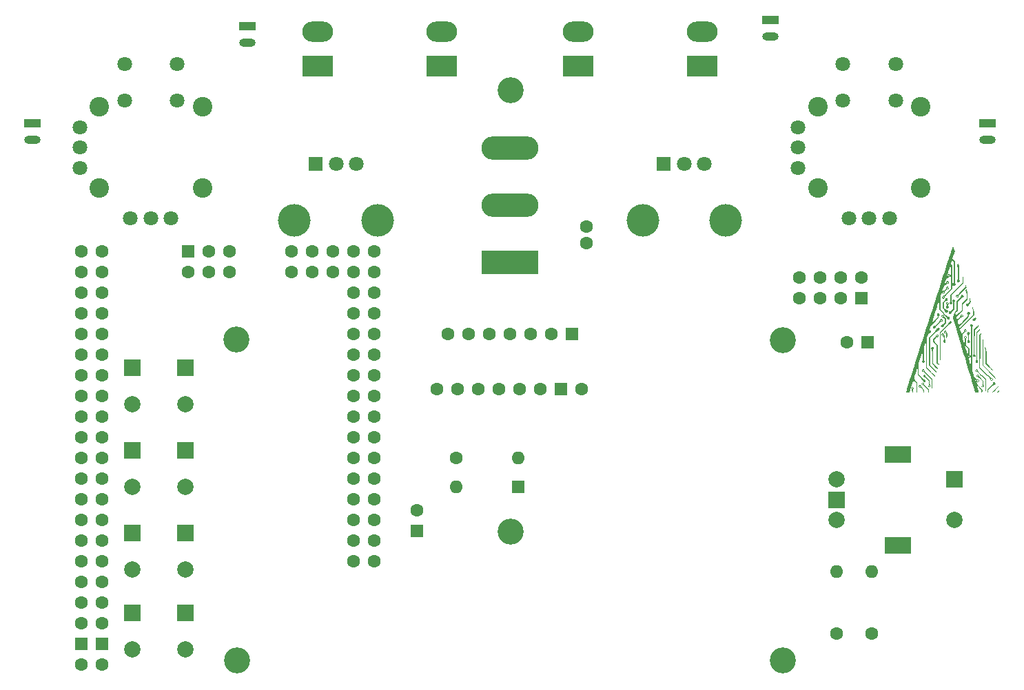
<source format=gbr>
%TF.GenerationSoftware,KiCad,Pcbnew,7.0.8*%
%TF.CreationDate,2025-03-16T00:58:01-04:00*%
%TF.ProjectId,RCTransmitterAecertRobotics,52435472-616e-4736-9d69-747465724165,V1.02*%
%TF.SameCoordinates,Original*%
%TF.FileFunction,Soldermask,Top*%
%TF.FilePolarity,Negative*%
%FSLAX46Y46*%
G04 Gerber Fmt 4.6, Leading zero omitted, Abs format (unit mm)*
G04 Created by KiCad (PCBNEW 7.0.8) date 2025-03-16 00:58:01*
%MOMM*%
%LPD*%
G01*
G04 APERTURE LIST*
G04 Aperture macros list*
%AMRoundRect*
0 Rectangle with rounded corners*
0 $1 Rounding radius*
0 $2 $3 $4 $5 $6 $7 $8 $9 X,Y pos of 4 corners*
0 Add a 4 corners polygon primitive as box body*
4,1,4,$2,$3,$4,$5,$6,$7,$8,$9,$2,$3,0*
0 Add four circle primitives for the rounded corners*
1,1,$1+$1,$2,$3*
1,1,$1+$1,$4,$5*
1,1,$1+$1,$6,$7*
1,1,$1+$1,$8,$9*
0 Add four rect primitives between the rounded corners*
20,1,$1+$1,$2,$3,$4,$5,0*
20,1,$1+$1,$4,$5,$6,$7,0*
20,1,$1+$1,$6,$7,$8,$9,0*
20,1,$1+$1,$8,$9,$2,$3,0*%
G04 Aperture macros list end*
%ADD10R,3.800000X2.500000*%
%ADD11RoundRect,1.250000X0.650000X0.000000X-0.650000X0.000000X-0.650000X0.000000X0.650000X0.000000X0*%
%ADD12C,2.000000*%
%ADD13R,2.000000X2.000000*%
%ADD14R,3.200000X2.000000*%
%ADD15C,3.200000*%
%ADD16C,1.600000*%
%ADD17O,1.600000X1.600000*%
%ADD18R,2.000000X1.000000*%
%ADD19O,2.000000X1.000000*%
%ADD20R,7.000000X2.900000*%
%ADD21O,7.000000X2.900000*%
%ADD22C,4.000000*%
%ADD23R,1.800000X1.800000*%
%ADD24C,1.800000*%
%ADD25R,1.600000X1.600000*%
%ADD26C,2.400000*%
G04 APERTURE END LIST*
%TO.C,G\u002A\u002A\u002A*%
G36*
X201104299Y-105988602D02*
G01*
X201104350Y-105993518D01*
X201079811Y-106060353D01*
X201019387Y-106131380D01*
X200942863Y-106188293D01*
X200870028Y-106212785D01*
X200867304Y-106212832D01*
X200828869Y-106210245D01*
X200820118Y-106196061D01*
X200845109Y-106160647D01*
X200907898Y-106094370D01*
X200924208Y-106077726D01*
X201011307Y-105993187D01*
X201066272Y-105952062D01*
X201095227Y-105951489D01*
X201104299Y-105988602D01*
G37*
G36*
X200948968Y-105502713D02*
G01*
X200945205Y-105536581D01*
X200914066Y-105588149D01*
X200851238Y-105663334D01*
X200752410Y-105768056D01*
X200630987Y-105890590D01*
X200490006Y-106027927D01*
X200383170Y-106124166D01*
X200305252Y-106183544D01*
X200251024Y-106210300D01*
X200233624Y-106212832D01*
X200212223Y-106207382D01*
X200212420Y-106187495D01*
X200238458Y-106147868D01*
X200294574Y-106083195D01*
X200385008Y-105988173D01*
X200514000Y-105857498D01*
X200532303Y-105839138D01*
X200654203Y-105719094D01*
X200762209Y-105616792D01*
X200849076Y-105538769D01*
X200907556Y-105491564D01*
X200929666Y-105480626D01*
X200948968Y-105502713D01*
G37*
G36*
X194524749Y-98642289D02*
G01*
X194586710Y-98703831D01*
X194623494Y-98779321D01*
X194626749Y-98805751D01*
X194641270Y-98878738D01*
X194668032Y-98920202D01*
X194695115Y-98975413D01*
X194707457Y-99073392D01*
X194705505Y-99198814D01*
X194689709Y-99336350D01*
X194660516Y-99470677D01*
X194650990Y-99502548D01*
X194593551Y-99682690D01*
X194583879Y-99337418D01*
X194574208Y-98992146D01*
X194484137Y-98982129D01*
X194375428Y-98947385D01*
X194307986Y-98876397D01*
X194291412Y-98804567D01*
X194387226Y-98804567D01*
X194408852Y-98841756D01*
X194462392Y-98877071D01*
X194506944Y-98857919D01*
X194523885Y-98816932D01*
X194509984Y-98767847D01*
X194463564Y-98743058D01*
X194410863Y-98754483D01*
X194402327Y-98761710D01*
X194387226Y-98804567D01*
X194291412Y-98804567D01*
X194288983Y-98794042D01*
X194313800Y-98714323D01*
X194374357Y-98648053D01*
X194449813Y-98617152D01*
X194457468Y-98616851D01*
X194524749Y-98642289D01*
G37*
G36*
X198223202Y-97026385D02*
G01*
X198249917Y-97101715D01*
X198220704Y-97163280D01*
X198207068Y-97175716D01*
X198173488Y-97231994D01*
X198162033Y-97297784D01*
X198135123Y-97388482D01*
X198095305Y-97429215D01*
X198017287Y-97469664D01*
X197951407Y-97462221D01*
X197877621Y-97404428D01*
X197875444Y-97402258D01*
X197825162Y-97339422D01*
X197804267Y-97291041D01*
X197927180Y-97291041D01*
X197931538Y-97307792D01*
X197972133Y-97349257D01*
X198027201Y-97349732D01*
X198058731Y-97322953D01*
X198057390Y-97277452D01*
X198037985Y-97248980D01*
X197986419Y-97226107D01*
X197941949Y-97244290D01*
X197927180Y-97291041D01*
X197804267Y-97291041D01*
X197801934Y-97285639D01*
X197801749Y-97282164D01*
X197826933Y-97217084D01*
X197887516Y-97156040D01*
X197961049Y-97119161D01*
X197987462Y-97115669D01*
X198055317Y-97095745D01*
X198124150Y-97048902D01*
X198176087Y-97006806D01*
X198206687Y-97006477D01*
X198223202Y-97026385D01*
G37*
G36*
X196983944Y-93151877D02*
G01*
X197051837Y-93346360D01*
X196571119Y-93827740D01*
X196401932Y-93999897D01*
X196266600Y-94143399D01*
X196167810Y-94255217D01*
X196108247Y-94332323D01*
X196090402Y-94369663D01*
X196066655Y-94462954D01*
X196006217Y-94529160D01*
X195925294Y-94561025D01*
X195840090Y-94551291D01*
X195779807Y-94508754D01*
X195740230Y-94439134D01*
X195730118Y-94388659D01*
X195731788Y-94383518D01*
X195850213Y-94383518D01*
X195871443Y-94433696D01*
X195910260Y-94443565D01*
X195960439Y-94422335D01*
X195970307Y-94383518D01*
X195949077Y-94333339D01*
X195910260Y-94323470D01*
X195860081Y-94344700D01*
X195850213Y-94383518D01*
X195731788Y-94383518D01*
X195756247Y-94308223D01*
X195820402Y-94239859D01*
X195901236Y-94204604D01*
X195918129Y-94203376D01*
X195960656Y-94186314D01*
X196032413Y-94133570D01*
X196136075Y-94042806D01*
X196274318Y-93911686D01*
X196442207Y-93745515D01*
X196898368Y-93287655D01*
X196907210Y-93122525D01*
X196916052Y-92957395D01*
X196983944Y-93151877D01*
G37*
G36*
X190454867Y-105526006D02*
G01*
X190525778Y-105567786D01*
X190573070Y-105634121D01*
X190581827Y-105714461D01*
X190570954Y-105748695D01*
X190535947Y-105803351D01*
X190506648Y-105822525D01*
X190490209Y-105850306D01*
X190479325Y-105924881D01*
X190475981Y-106017678D01*
X190474109Y-106123292D01*
X190465773Y-106182175D01*
X190446890Y-106207594D01*
X190415934Y-106212832D01*
X190383192Y-106206638D01*
X190365070Y-106179135D01*
X190357371Y-106116946D01*
X190355886Y-106021355D01*
X190349424Y-105893181D01*
X190329045Y-105816196D01*
X190310851Y-105792501D01*
X190275072Y-105729834D01*
X190270514Y-105675143D01*
X190339895Y-105675143D01*
X190342984Y-105712111D01*
X190384244Y-105753581D01*
X190443012Y-105758644D01*
X190490242Y-105726733D01*
X190496041Y-105715114D01*
X190491325Y-105658661D01*
X190465075Y-105618609D01*
X190422527Y-105585921D01*
X190386928Y-105599426D01*
X190369795Y-105615607D01*
X190339895Y-105675143D01*
X190270514Y-105675143D01*
X190268055Y-105645630D01*
X190291024Y-105571710D01*
X190301844Y-105558317D01*
X190375250Y-105519332D01*
X190454867Y-105526006D01*
G37*
G36*
X197494007Y-94742125D02*
G01*
X197545532Y-94915960D01*
X197562226Y-95051335D01*
X197543327Y-95159234D01*
X197488076Y-95250643D01*
X197456477Y-95284227D01*
X197390536Y-95362524D01*
X197354478Y-95434739D01*
X197351395Y-95455246D01*
X197326657Y-95535623D01*
X197266105Y-95605289D01*
X197190231Y-95642715D01*
X197171253Y-95644510D01*
X197105893Y-95624133D01*
X197051158Y-95584463D01*
X197000698Y-95499688D01*
X197000530Y-95464369D01*
X197111206Y-95464369D01*
X197132435Y-95514547D01*
X197171253Y-95524416D01*
X197221432Y-95503186D01*
X197231300Y-95464369D01*
X197210070Y-95414190D01*
X197171253Y-95404321D01*
X197121074Y-95425551D01*
X197111206Y-95464369D01*
X197000530Y-95464369D01*
X197000280Y-95411667D01*
X197043161Y-95336678D01*
X197122602Y-95290996D01*
X197175506Y-95284227D01*
X197248106Y-95262172D01*
X197323917Y-95207000D01*
X197329545Y-95201293D01*
X197367143Y-95157189D01*
X197391271Y-95109940D01*
X197405519Y-95044569D01*
X197413477Y-94946101D01*
X197417727Y-94833504D01*
X197426454Y-94548648D01*
X197494007Y-94742125D01*
G37*
G36*
X199041582Y-99571649D02*
G01*
X199051708Y-99593548D01*
X199062742Y-99622643D01*
X199075273Y-99660248D01*
X199085788Y-99702927D01*
X199094472Y-99756040D01*
X199101513Y-99824951D01*
X199107093Y-99915022D01*
X199111400Y-100031615D01*
X199114619Y-100180091D01*
X199116934Y-100365814D01*
X199118531Y-100594145D01*
X199119596Y-100870447D01*
X199120314Y-101200082D01*
X199120462Y-101292257D01*
X199122789Y-102811753D01*
X199830587Y-103544030D01*
X200048908Y-103771542D01*
X200226975Y-103961057D01*
X200367782Y-104116230D01*
X200474328Y-104240719D01*
X200549608Y-104338178D01*
X200596618Y-104412264D01*
X200618354Y-104466634D01*
X200617896Y-104504700D01*
X200595828Y-104490034D01*
X200536851Y-104436398D01*
X200445489Y-104348284D01*
X200326269Y-104230184D01*
X200183713Y-104086589D01*
X200022347Y-103921992D01*
X199846695Y-103740884D01*
X199806104Y-103698773D01*
X199003529Y-102865196D01*
X199005439Y-101168860D01*
X199005878Y-100807416D01*
X199006420Y-100501819D01*
X199007220Y-100247870D01*
X199008433Y-100041369D01*
X199010216Y-99878117D01*
X199012723Y-99753915D01*
X199016111Y-99664561D01*
X199020536Y-99605858D01*
X199026152Y-99573604D01*
X199033116Y-99563601D01*
X199041582Y-99571649D01*
G37*
G36*
X199375032Y-100604691D02*
G01*
X199385442Y-100656054D01*
X199379898Y-100703886D01*
X199373074Y-100782401D01*
X199393429Y-100820784D01*
X199404482Y-100826388D01*
X199435273Y-100846522D01*
X199459843Y-100884741D01*
X199478843Y-100947043D01*
X199492925Y-101039430D01*
X199502740Y-101167900D01*
X199508939Y-101338454D01*
X199512174Y-101557093D01*
X199513097Y-101826805D01*
X199513097Y-102625908D01*
X199887759Y-102999670D01*
X200039463Y-103153820D01*
X200151747Y-103275025D01*
X200230241Y-103370043D01*
X200280572Y-103445633D01*
X200306267Y-103502116D01*
X200331137Y-103578595D01*
X200343831Y-103624690D01*
X200344078Y-103630799D01*
X200322148Y-103610477D01*
X200264067Y-103553556D01*
X200175938Y-103466102D01*
X200063861Y-103354181D01*
X199933940Y-103223860D01*
X199868399Y-103157927D01*
X199398754Y-102685054D01*
X199386000Y-101807394D01*
X199381920Y-101550597D01*
X199377683Y-101347190D01*
X199372841Y-101190516D01*
X199366944Y-101073918D01*
X199359544Y-100990739D01*
X199350193Y-100934322D01*
X199338440Y-100898011D01*
X199323838Y-100875149D01*
X199323077Y-100874297D01*
X199277027Y-100786315D01*
X199289578Y-100687325D01*
X199303988Y-100656485D01*
X199345173Y-100603143D01*
X199375032Y-100604691D01*
G37*
G36*
X200529838Y-104975600D02*
G01*
X200596328Y-105034538D01*
X200623957Y-105110136D01*
X200623971Y-105111827D01*
X200598530Y-105180113D01*
X200537012Y-105242633D01*
X200461624Y-105279180D01*
X200436836Y-105282099D01*
X200382045Y-105305003D01*
X200291224Y-105373971D01*
X200163903Y-105489387D01*
X200061541Y-105589305D01*
X199753286Y-105896511D01*
X199753286Y-106054671D01*
X199750443Y-106147625D01*
X199738251Y-106195127D01*
X199711215Y-106211648D01*
X199693239Y-106212832D01*
X199660271Y-106206532D01*
X199642146Y-106178646D01*
X199634562Y-106115693D01*
X199633191Y-106024672D01*
X199633191Y-105836512D01*
X199963451Y-105507276D01*
X200099692Y-105368728D01*
X200195853Y-105263911D01*
X200256842Y-105186786D01*
X200287569Y-105131314D01*
X200288110Y-105128639D01*
X200376809Y-105128639D01*
X200412168Y-105172894D01*
X200469327Y-105185717D01*
X200471092Y-105185399D01*
X200510422Y-105152152D01*
X200518889Y-105116969D01*
X200495885Y-105066203D01*
X200445056Y-105044812D01*
X200393671Y-105061039D01*
X200381592Y-105075478D01*
X200376809Y-105128639D01*
X200288110Y-105128639D01*
X200293711Y-105100968D01*
X200315458Y-105010024D01*
X200380208Y-104960946D01*
X200445181Y-104951839D01*
X200529838Y-104975600D01*
G37*
G36*
X191403065Y-105308212D02*
G01*
X191467447Y-105371924D01*
X191496616Y-105451297D01*
X191496785Y-105457377D01*
X191511474Y-105517077D01*
X191559901Y-105591153D01*
X191648602Y-105689043D01*
X191676927Y-105717442D01*
X191764904Y-105806354D01*
X191818263Y-105869786D01*
X191845646Y-105923898D01*
X191855697Y-105984851D01*
X191857068Y-106054268D01*
X191852713Y-106151606D01*
X191837515Y-106200657D01*
X191812033Y-106212832D01*
X191781674Y-106194290D01*
X191768372Y-106131870D01*
X191766997Y-106084292D01*
X191762989Y-106015557D01*
X191744939Y-105959198D01*
X191703812Y-105899577D01*
X191630572Y-105821060D01*
X191593491Y-105784055D01*
X191484592Y-105684449D01*
X191402183Y-105628966D01*
X191340435Y-105612359D01*
X191249753Y-105588885D01*
X191186182Y-105528670D01*
X191166525Y-105460096D01*
X191171845Y-105444210D01*
X191260783Y-105444210D01*
X191268304Y-105509495D01*
X191304124Y-105547359D01*
X191349865Y-105541624D01*
X191384700Y-105500265D01*
X191391702Y-105462241D01*
X191372297Y-105397233D01*
X191339070Y-105377868D01*
X191287270Y-105391936D01*
X191260783Y-105444210D01*
X191171845Y-105444210D01*
X191188145Y-105395538D01*
X191239335Y-105330429D01*
X191299583Y-105287809D01*
X191324974Y-105282099D01*
X191403065Y-105308212D01*
G37*
G36*
X191815280Y-103386081D02*
G01*
X191877754Y-103447805D01*
X191914210Y-103523616D01*
X191917116Y-103548586D01*
X191933929Y-103590284D01*
X191985922Y-103661114D01*
X192075423Y-103763731D01*
X192204763Y-103900790D01*
X192376270Y-104074945D01*
X192397494Y-104096165D01*
X192877872Y-104575840D01*
X192876038Y-105011534D01*
X192873258Y-105207844D01*
X192865990Y-105357102D01*
X192853009Y-105472216D01*
X192833093Y-105566094D01*
X192819071Y-105612359D01*
X192763938Y-105777489D01*
X192760858Y-105206688D01*
X192757778Y-104635887D01*
X192284564Y-104163367D01*
X192118467Y-103999191D01*
X191988391Y-103874789D01*
X191889460Y-103785969D01*
X191816799Y-103728536D01*
X191765531Y-103698298D01*
X191735131Y-103690846D01*
X191644648Y-103668926D01*
X191595809Y-103603824D01*
X191587690Y-103545378D01*
X191680925Y-103545378D01*
X191702075Y-103596435D01*
X191711502Y-103603598D01*
X191762323Y-103607328D01*
X191805141Y-103571735D01*
X191820829Y-103516504D01*
X191816229Y-103495802D01*
X191775185Y-103458424D01*
X191744915Y-103456289D01*
X191697357Y-103489175D01*
X191680925Y-103545378D01*
X191587690Y-103545378D01*
X191586856Y-103539377D01*
X191610617Y-103454719D01*
X191669555Y-103388229D01*
X191745152Y-103360600D01*
X191746844Y-103360586D01*
X191815280Y-103386081D01*
G37*
G36*
X191763729Y-105036043D02*
G01*
X191817772Y-105093237D01*
X191849139Y-105160553D01*
X191847967Y-105202465D01*
X191862428Y-105239587D01*
X191916138Y-105310791D01*
X192003864Y-105409815D01*
X192120378Y-105530401D01*
X192129890Y-105539899D01*
X192427518Y-105836410D01*
X192427518Y-106024621D01*
X192424316Y-106131854D01*
X192412913Y-106190553D01*
X192390616Y-106211977D01*
X192382482Y-106212832D01*
X192354491Y-106197127D01*
X192340606Y-106142536D01*
X192337447Y-106058670D01*
X192336298Y-105994889D01*
X192328379Y-105943972D01*
X192306986Y-105895331D01*
X192265411Y-105838377D01*
X192196947Y-105762523D01*
X192094889Y-105657180D01*
X192061703Y-105623327D01*
X191938732Y-105500876D01*
X191847366Y-105417746D01*
X191779885Y-105367880D01*
X191728572Y-105345216D01*
X191703564Y-105342146D01*
X191605938Y-105316879D01*
X191544304Y-105247113D01*
X191533894Y-105195826D01*
X191603396Y-105195826D01*
X191637394Y-105238941D01*
X191688254Y-105246157D01*
X191741948Y-105215209D01*
X191751986Y-105177428D01*
X191729205Y-105126824D01*
X191678875Y-105104591D01*
X191628015Y-105119379D01*
X191615749Y-105133810D01*
X191603396Y-105195826D01*
X191533894Y-105195826D01*
X191526808Y-105160916D01*
X191552207Y-105075712D01*
X191623547Y-105024422D01*
X191704284Y-105011886D01*
X191763729Y-105036043D01*
G37*
G36*
X196603134Y-91966614D02*
G01*
X196636692Y-92106271D01*
X196655132Y-92272122D01*
X196660443Y-92462239D01*
X196660851Y-92777722D01*
X195940284Y-93497820D01*
X195219716Y-94217918D01*
X195219716Y-94617182D01*
X195220506Y-94781788D01*
X195223960Y-94898251D01*
X195231700Y-94978466D01*
X195245351Y-95034327D01*
X195266536Y-95077730D01*
X195286555Y-95106850D01*
X195328578Y-95170921D01*
X195335335Y-95217335D01*
X195310371Y-95274254D01*
X195308136Y-95278271D01*
X195243133Y-95343457D01*
X195155670Y-95370918D01*
X195068500Y-95356550D01*
X195028328Y-95328739D01*
X194985103Y-95247047D01*
X194986774Y-95217817D01*
X195092849Y-95217817D01*
X195121811Y-95263127D01*
X195167787Y-95276338D01*
X195171681Y-95275233D01*
X195205609Y-95239668D01*
X195214429Y-95214095D01*
X195201299Y-95165338D01*
X195157652Y-95141035D01*
X195110433Y-95152288D01*
X195098309Y-95166256D01*
X195092849Y-95217817D01*
X194986774Y-95217817D01*
X194990581Y-95151224D01*
X195023608Y-95087306D01*
X195042527Y-95046990D01*
X195055652Y-94978547D01*
X195063816Y-94873089D01*
X195067857Y-94721729D01*
X195068643Y-94608465D01*
X195069598Y-94187904D01*
X195805177Y-93452785D01*
X196540756Y-92717665D01*
X196543495Y-92252069D01*
X196546234Y-91786473D01*
X196603134Y-91966614D01*
G37*
G36*
X194803021Y-95128303D02*
G01*
X194862327Y-95189330D01*
X194885594Y-95269727D01*
X194865964Y-95352054D01*
X194829409Y-95396276D01*
X194783923Y-95448609D01*
X194769362Y-95486053D01*
X194789015Y-95534030D01*
X194829409Y-95584463D01*
X194874697Y-95654051D01*
X194889456Y-95714916D01*
X194864672Y-95799160D01*
X194802393Y-95856905D01*
X194720729Y-95882199D01*
X194637790Y-95869091D01*
X194575910Y-95817972D01*
X194533287Y-95722536D01*
X194537481Y-95699554D01*
X194649267Y-95699554D01*
X194666196Y-95767203D01*
X194704114Y-95789831D01*
X194743720Y-95765728D01*
X194763944Y-95709712D01*
X194757420Y-95658165D01*
X194711402Y-95644510D01*
X194659256Y-95665170D01*
X194649267Y-95699554D01*
X194537481Y-95699554D01*
X194548951Y-95636703D01*
X194589220Y-95584463D01*
X194633614Y-95526807D01*
X194649267Y-95484034D01*
X194628688Y-95435040D01*
X194589220Y-95389310D01*
X194539131Y-95311752D01*
X194538724Y-95265532D01*
X194656256Y-95265532D01*
X194669451Y-95318156D01*
X194706973Y-95344204D01*
X194709314Y-95344274D01*
X194746387Y-95320177D01*
X194759279Y-95297220D01*
X194760546Y-95241722D01*
X194730687Y-95205719D01*
X194687667Y-95206556D01*
X194675304Y-95216157D01*
X194656256Y-95265532D01*
X194538724Y-95265532D01*
X194538403Y-95229137D01*
X194580092Y-95157273D01*
X194657252Y-95111967D01*
X194714531Y-95104085D01*
X194803021Y-95128303D01*
G37*
G36*
X198524969Y-97959363D02*
G01*
X198535570Y-97984278D01*
X198539455Y-97999149D01*
X198544542Y-98038992D01*
X198533976Y-98079463D01*
X198501191Y-98130180D01*
X198439622Y-98200765D01*
X198342706Y-98300839D01*
X198313546Y-98330224D01*
X198066796Y-98578262D01*
X198050238Y-100046197D01*
X198033679Y-101514132D01*
X198097856Y-101571327D01*
X198150036Y-101647764D01*
X198156212Y-101729056D01*
X198125723Y-101802501D01*
X198067907Y-101855398D01*
X197992101Y-101875045D01*
X197907643Y-101848741D01*
X197898405Y-101842623D01*
X197847384Y-101776742D01*
X197835634Y-101711058D01*
X197921844Y-101711058D01*
X197944759Y-101755498D01*
X197995353Y-101770580D01*
X198046400Y-101751258D01*
X198058731Y-101736428D01*
X198056633Y-101691734D01*
X198033360Y-101657817D01*
X197977717Y-101629232D01*
X197935650Y-101653466D01*
X197921844Y-101711058D01*
X197835634Y-101711058D01*
X197832204Y-101691882D01*
X197855067Y-101613896D01*
X197876808Y-101589191D01*
X197887061Y-101574314D01*
X197895665Y-101544949D01*
X197902760Y-101496302D01*
X197908484Y-101423580D01*
X197912976Y-101321991D01*
X197916374Y-101186741D01*
X197918816Y-101013037D01*
X197920442Y-100796086D01*
X197921390Y-100531095D01*
X197921799Y-100213270D01*
X197921844Y-100031228D01*
X197921844Y-98510642D01*
X198220229Y-98213376D01*
X198338079Y-98096434D01*
X198420477Y-98017260D01*
X198474424Y-97971156D01*
X198506921Y-97953423D01*
X198524969Y-97959363D01*
G37*
G36*
X193675456Y-98290145D02*
G01*
X193698869Y-98311473D01*
X193744561Y-98396901D01*
X193739794Y-98480843D01*
X193692761Y-98548935D01*
X193611654Y-98586815D01*
X193541154Y-98587979D01*
X193508334Y-98606597D01*
X193440281Y-98662038D01*
X193343751Y-98748201D01*
X193225503Y-98858987D01*
X193092294Y-98988296D01*
X193038258Y-99041919D01*
X192577636Y-99501822D01*
X192577636Y-101163641D01*
X192577636Y-102825460D01*
X192982679Y-103250647D01*
X193138978Y-103417354D01*
X193254533Y-103547281D01*
X193332405Y-103644717D01*
X193375658Y-103713952D01*
X193387351Y-103759276D01*
X193370548Y-103784979D01*
X193365756Y-103787409D01*
X193339153Y-103769825D01*
X193277272Y-103714999D01*
X193186448Y-103628979D01*
X193073013Y-103517816D01*
X192943300Y-103387561D01*
X192885378Y-103328501D01*
X192427518Y-102859557D01*
X192427518Y-101165700D01*
X192427518Y-99471842D01*
X192920239Y-98979800D01*
X193079513Y-98818355D01*
X193210590Y-98680578D01*
X193309759Y-98570615D01*
X193373309Y-98492610D01*
X193397530Y-98450707D01*
X193397316Y-98446990D01*
X193399073Y-98423170D01*
X193514010Y-98423170D01*
X193518452Y-98449703D01*
X193559020Y-98490456D01*
X193614188Y-98490369D01*
X193645256Y-98463852D01*
X193646130Y-98418462D01*
X193612384Y-98376725D01*
X193565536Y-98357201D01*
X193534620Y-98368424D01*
X193514010Y-98423170D01*
X193399073Y-98423170D01*
X193401191Y-98394443D01*
X193430701Y-98331395D01*
X193501089Y-98271815D01*
X193590198Y-98257506D01*
X193675456Y-98290145D01*
G37*
G36*
X198360049Y-103378691D02*
G01*
X198401313Y-103404799D01*
X198447968Y-103475057D01*
X198462269Y-103538227D01*
X198471581Y-103574254D01*
X198502448Y-103625374D01*
X198559269Y-103696698D01*
X198646443Y-103793333D01*
X198768369Y-103920389D01*
X198929446Y-104082976D01*
X198942648Y-104096165D01*
X199423026Y-104575840D01*
X199423026Y-105394336D01*
X199422661Y-105640283D01*
X199421332Y-105832516D01*
X199418693Y-105977365D01*
X199414395Y-106081161D01*
X199408088Y-106150235D01*
X199399426Y-106190915D01*
X199388059Y-106209534D01*
X199377990Y-106212832D01*
X199364210Y-106206115D01*
X199353500Y-106181662D01*
X199345490Y-106133020D01*
X199339812Y-106053735D01*
X199336095Y-105937352D01*
X199333969Y-105777420D01*
X199333065Y-105567483D01*
X199332955Y-105426830D01*
X199332955Y-104640828D01*
X198861304Y-104165837D01*
X198698384Y-104003257D01*
X198571130Y-103880089D01*
X198474289Y-103791805D01*
X198402607Y-103733871D01*
X198350829Y-103701757D01*
X198313701Y-103690932D01*
X198310520Y-103690846D01*
X198218931Y-103667255D01*
X198158617Y-103606555D01*
X198142344Y-103527689D01*
X198229962Y-103527689D01*
X198252421Y-103586146D01*
X198287556Y-103623446D01*
X198315568Y-103620320D01*
X198356078Y-103582583D01*
X198386982Y-103534622D01*
X198369559Y-103492512D01*
X198317958Y-103456148D01*
X198292521Y-103450657D01*
X198245696Y-103474080D01*
X198229962Y-103527689D01*
X198142344Y-103527689D01*
X198141553Y-103523855D01*
X198149586Y-103487812D01*
X198201613Y-103409939D01*
X198278012Y-103371506D01*
X198360049Y-103378691D01*
G37*
G36*
X192974987Y-100626681D02*
G01*
X193000622Y-100645849D01*
X193050796Y-100718653D01*
X193044674Y-100799812D01*
X192997967Y-100876817D01*
X192980253Y-100902278D01*
X192966406Y-100933103D01*
X192955951Y-100976486D01*
X192948416Y-101039622D01*
X192943325Y-101129704D01*
X192940205Y-101253927D01*
X192938583Y-101419485D01*
X192937984Y-101633572D01*
X192937919Y-101788568D01*
X192937919Y-102623982D01*
X193239413Y-102926505D01*
X193368169Y-103058766D01*
X193455711Y-103156464D01*
X193506016Y-103224579D01*
X193523058Y-103268093D01*
X193521425Y-103279795D01*
X193495558Y-103322847D01*
X193482127Y-103330562D01*
X193455135Y-103310384D01*
X193393848Y-103254764D01*
X193306072Y-103171081D01*
X193199612Y-103066709D01*
X193140067Y-103007318D01*
X192817825Y-102684074D01*
X192817825Y-101820169D01*
X192817691Y-101569673D01*
X192816956Y-101372067D01*
X192815118Y-101220190D01*
X192811675Y-101106885D01*
X192806127Y-101024993D01*
X192797971Y-100967355D01*
X192786707Y-100926814D01*
X192771834Y-100896209D01*
X192752848Y-100868384D01*
X192750986Y-100865859D01*
X192708963Y-100801791D01*
X192702206Y-100755383D01*
X192707407Y-100743525D01*
X192817825Y-100743525D01*
X192835903Y-100808893D01*
X192877558Y-100839529D01*
X192923922Y-100828665D01*
X192949816Y-100790855D01*
X192954142Y-100725326D01*
X192908492Y-100691763D01*
X192876100Y-100688482D01*
X192826762Y-100710780D01*
X192817825Y-100743525D01*
X192707407Y-100743525D01*
X192727169Y-100698474D01*
X192729415Y-100694438D01*
X192797079Y-100625836D01*
X192885885Y-100602005D01*
X192974987Y-100626681D01*
G37*
G36*
X194235398Y-98977908D02*
G01*
X194295052Y-99041363D01*
X194319003Y-99132155D01*
X194319007Y-99133447D01*
X194335730Y-99206725D01*
X194364042Y-99247347D01*
X194388553Y-99286640D01*
X194402903Y-99361440D01*
X194408740Y-99482171D01*
X194409078Y-99532572D01*
X194412521Y-99670321D01*
X194423949Y-99758782D01*
X194445006Y-99808377D01*
X194454113Y-99817797D01*
X194493804Y-99885064D01*
X194494480Y-99970167D01*
X194458351Y-100047282D01*
X194432421Y-100071295D01*
X194340240Y-100113812D01*
X194261885Y-100099487D01*
X194218577Y-100063127D01*
X194177479Y-99984031D01*
X194175460Y-99938601D01*
X194258960Y-99938601D01*
X194279700Y-99994443D01*
X194328906Y-100007174D01*
X194376475Y-99980834D01*
X194403098Y-99938000D01*
X194381786Y-99896147D01*
X194328902Y-99866119D01*
X194279976Y-99883473D01*
X194258960Y-99938601D01*
X194175460Y-99938601D01*
X194173554Y-99895711D01*
X194207174Y-99824182D01*
X194215064Y-99816851D01*
X194238991Y-99782383D01*
X194251631Y-99720651D01*
X194254652Y-99619158D01*
X194252593Y-99535456D01*
X194243948Y-99292383D01*
X194157557Y-99290934D01*
X194063228Y-99262131D01*
X194014945Y-99220055D01*
X193967643Y-99145604D01*
X193967618Y-99129025D01*
X194078818Y-99129025D01*
X194101733Y-99173464D01*
X194152327Y-99188547D01*
X194203374Y-99169225D01*
X194215705Y-99154395D01*
X194214155Y-99110417D01*
X194178954Y-99066734D01*
X194132343Y-99045591D01*
X194111723Y-99050413D01*
X194084030Y-99094425D01*
X194078818Y-99129025D01*
X193967618Y-99129025D01*
X193967545Y-99081518D01*
X194005461Y-99013839D01*
X194074277Y-98957919D01*
X194156364Y-98948018D01*
X194235398Y-98977908D01*
G37*
G36*
X193523125Y-99092621D02*
G01*
X193590021Y-99153964D01*
X193626653Y-99228879D01*
X193628463Y-99247347D01*
X193602631Y-99323374D01*
X193539669Y-99389865D01*
X193461379Y-99425763D01*
X193441952Y-99427489D01*
X193383401Y-99448317D01*
X193303934Y-99502955D01*
X193246798Y-99553835D01*
X193173654Y-99630424D01*
X193135077Y-99691259D01*
X193120201Y-99759847D01*
X193118061Y-99832359D01*
X193119925Y-99903936D01*
X193130808Y-99959065D01*
X193158646Y-100011368D01*
X193211376Y-100074467D01*
X193296934Y-100161986D01*
X193328227Y-100193092D01*
X193538392Y-100401647D01*
X193538392Y-101481660D01*
X193538392Y-102561674D01*
X193614318Y-102640923D01*
X193665272Y-102708536D01*
X193671576Y-102767122D01*
X193665991Y-102785736D01*
X193649788Y-102820108D01*
X193628276Y-102825068D01*
X193589393Y-102795863D01*
X193522512Y-102729210D01*
X193403286Y-102607122D01*
X193392741Y-101516381D01*
X193382197Y-100425640D01*
X193175070Y-100220100D01*
X192967943Y-100014561D01*
X192967943Y-99817473D01*
X192969534Y-99713050D01*
X192980530Y-99643327D01*
X193010271Y-99586847D01*
X193068094Y-99522152D01*
X193118061Y-99472525D01*
X193207629Y-99373516D01*
X193258747Y-99292859D01*
X193268180Y-99255982D01*
X193273173Y-99239841D01*
X193393692Y-99239841D01*
X193399246Y-99292536D01*
X193445634Y-99307379D01*
X193448321Y-99307395D01*
X193496471Y-99293681D01*
X193503338Y-99242670D01*
X193502951Y-99239841D01*
X193478412Y-99187025D01*
X193448321Y-99172288D01*
X193409481Y-99197845D01*
X193393692Y-99239841D01*
X193273173Y-99239841D01*
X193292955Y-99175898D01*
X193353555Y-99106378D01*
X193429385Y-99068999D01*
X193448321Y-99067206D01*
X193523125Y-99092621D01*
G37*
G36*
X198704263Y-98488232D02*
G01*
X198672293Y-98575302D01*
X198585704Y-98686949D01*
X198537328Y-98736945D01*
X198372198Y-98900024D01*
X198372198Y-100562626D01*
X198372258Y-100920804D01*
X198372549Y-101223810D01*
X198373239Y-101476523D01*
X198374497Y-101683817D01*
X198376492Y-101850569D01*
X198379391Y-101981656D01*
X198383363Y-102081953D01*
X198388577Y-102156338D01*
X198395201Y-102209687D01*
X198403403Y-102246876D01*
X198413352Y-102272782D01*
X198425216Y-102292280D01*
X198432246Y-102301566D01*
X198479768Y-102371431D01*
X198484383Y-102422847D01*
X198444503Y-102479605D01*
X198418599Y-102506277D01*
X198338324Y-102566900D01*
X198267251Y-102571835D01*
X198193916Y-102521772D01*
X198192057Y-102519924D01*
X198147074Y-102454565D01*
X198132009Y-102399830D01*
X198134152Y-102392956D01*
X198229418Y-102392956D01*
X198244354Y-102435143D01*
X198251683Y-102444358D01*
X198305467Y-102479991D01*
X198349969Y-102459979D01*
X198367508Y-102416670D01*
X198361980Y-102350184D01*
X198324595Y-102320572D01*
X198271476Y-102338469D01*
X198261974Y-102347068D01*
X198229418Y-102392956D01*
X198134152Y-102392956D01*
X198152386Y-102334470D01*
X198192057Y-102279735D01*
X198204838Y-102265446D01*
X198215664Y-102247028D01*
X198224698Y-102219717D01*
X198232101Y-102178747D01*
X198238036Y-102119353D01*
X198242664Y-102036770D01*
X198246148Y-101926234D01*
X198248650Y-101782979D01*
X198250331Y-101602241D01*
X198251356Y-101379255D01*
X198251884Y-101109255D01*
X198252079Y-100787477D01*
X198252104Y-100515041D01*
X198252104Y-98810394D01*
X198456395Y-98607669D01*
X198545839Y-98522937D01*
X198620016Y-98460161D01*
X198668769Y-98427539D01*
X198681572Y-98425830D01*
X198704263Y-98488232D01*
G37*
G36*
X198854306Y-98973554D02*
G01*
X198867402Y-99006569D01*
X198864989Y-99083430D01*
X198829220Y-99137313D01*
X198817396Y-99152113D01*
X198807203Y-99171526D01*
X198798472Y-99199992D01*
X198791037Y-99241950D01*
X198784728Y-99301843D01*
X198779379Y-99384109D01*
X198774822Y-99493190D01*
X198770889Y-99633525D01*
X198767412Y-99809555D01*
X198764224Y-100025719D01*
X198761156Y-100286460D01*
X198758042Y-100596216D01*
X198754713Y-100959428D01*
X198752974Y-101155745D01*
X198735778Y-103109179D01*
X199402401Y-103775308D01*
X199574659Y-103945754D01*
X199732369Y-104098548D01*
X199870416Y-104228966D01*
X199983688Y-104332283D01*
X200067072Y-104403774D01*
X200115454Y-104438716D01*
X200123294Y-104441437D01*
X200222382Y-104463626D01*
X200279746Y-104528373D01*
X200293711Y-104606567D01*
X200269827Y-104697761D01*
X200209432Y-104755848D01*
X200129413Y-104774195D01*
X200046655Y-104746169D01*
X200013140Y-104716792D01*
X199973333Y-104643388D01*
X199966894Y-104607909D01*
X200057836Y-104607909D01*
X200082252Y-104657753D01*
X200138646Y-104681541D01*
X200142651Y-104681626D01*
X200193336Y-104661009D01*
X200203640Y-104620637D01*
X200182090Y-104562758D01*
X200133117Y-104536151D01*
X200080238Y-104552959D01*
X200077541Y-104555527D01*
X200057836Y-104607909D01*
X199966894Y-104607909D01*
X199963451Y-104588941D01*
X199952443Y-104556244D01*
X199917222Y-104503705D01*
X199854499Y-104427679D01*
X199760982Y-104324523D01*
X199633379Y-104190593D01*
X199468400Y-104022243D01*
X199287919Y-103840964D01*
X198612388Y-103165933D01*
X198612388Y-101167698D01*
X198612388Y-99169463D01*
X198729461Y-99055144D01*
X198796945Y-98991157D01*
X198834444Y-98965410D01*
X198854306Y-98973554D01*
G37*
G36*
X191914883Y-104005196D02*
G01*
X191958691Y-104031090D01*
X192024057Y-104101988D01*
X192037210Y-104165073D01*
X192047853Y-104213354D01*
X192083895Y-104274160D01*
X192151505Y-104355624D01*
X192256852Y-104465878D01*
X192292411Y-104501484D01*
X192547612Y-104755360D01*
X192547612Y-104991476D01*
X192550797Y-105122442D01*
X192562495Y-105210315D01*
X192585918Y-105271813D01*
X192607659Y-105303930D01*
X192650239Y-105374036D01*
X192667707Y-105434122D01*
X192641087Y-105509537D01*
X192574784Y-105564815D01*
X192502577Y-105582336D01*
X192425792Y-105562804D01*
X192384627Y-105535156D01*
X192341577Y-105457514D01*
X192348984Y-105414186D01*
X192431705Y-105414186D01*
X192439226Y-105479472D01*
X192475046Y-105517335D01*
X192520787Y-105511600D01*
X192555622Y-105470242D01*
X192562624Y-105432217D01*
X192543219Y-105367209D01*
X192509992Y-105347845D01*
X192458192Y-105361912D01*
X192431705Y-105414186D01*
X192348984Y-105414186D01*
X192356856Y-105368139D01*
X192397494Y-105303930D01*
X192434363Y-105238527D01*
X192452934Y-105150206D01*
X192457541Y-105035808D01*
X192457541Y-104844024D01*
X192195612Y-104582684D01*
X192073920Y-104464620D01*
X191983658Y-104385891D01*
X191916900Y-104340476D01*
X191865719Y-104322358D01*
X191851397Y-104321343D01*
X191771577Y-104297976D01*
X191723895Y-104239310D01*
X191712371Y-104169276D01*
X191799655Y-104169276D01*
X191814443Y-104220136D01*
X191828874Y-104232402D01*
X191890889Y-104244755D01*
X191934005Y-104210757D01*
X191941221Y-104159897D01*
X191910273Y-104106203D01*
X191872491Y-104096165D01*
X191821888Y-104118946D01*
X191799655Y-104169276D01*
X191712371Y-104169276D01*
X191711254Y-104162491D01*
X191736555Y-104084669D01*
X191801067Y-104023896D01*
X191863780Y-103996545D01*
X191914883Y-104005196D01*
G37*
G36*
X194031550Y-97200759D02*
G01*
X194100021Y-97261681D01*
X194137078Y-97337173D01*
X194138865Y-97355858D01*
X194112248Y-97434352D01*
X194045680Y-97499702D01*
X193959088Y-97534245D01*
X193935669Y-97536000D01*
X193877406Y-97557831D01*
X193791534Y-97616791D01*
X193687870Y-97703078D01*
X193576232Y-97806889D01*
X193466435Y-97918424D01*
X193368298Y-98027881D01*
X193291638Y-98125458D01*
X193246271Y-98201353D01*
X193238156Y-98232418D01*
X193213650Y-98326487D01*
X193149796Y-98386573D01*
X193061091Y-98405271D01*
X192962031Y-98375178D01*
X192960437Y-98374257D01*
X192915940Y-98317817D01*
X192906412Y-98241615D01*
X193002718Y-98241615D01*
X193023012Y-98290883D01*
X193070208Y-98312078D01*
X193080096Y-98310983D01*
X193130203Y-98276361D01*
X193142453Y-98248626D01*
X193128718Y-98198083D01*
X193082404Y-98172270D01*
X193029753Y-98183845D01*
X193021986Y-98190515D01*
X193002718Y-98241615D01*
X192906412Y-98241615D01*
X192905744Y-98236275D01*
X192928141Y-98152580D01*
X192981423Y-98089681D01*
X192981635Y-98089541D01*
X193045317Y-98061344D01*
X193089951Y-98062596D01*
X193124036Y-98050296D01*
X193193342Y-97998249D01*
X193292512Y-97910968D01*
X193416188Y-97792968D01*
X193451555Y-97757954D01*
X193586130Y-97621155D01*
X193680946Y-97517891D01*
X193741132Y-97441817D01*
X193771820Y-97386586D01*
X193775923Y-97366520D01*
X193878436Y-97366520D01*
X193909907Y-97405766D01*
X193960495Y-97415905D01*
X194009767Y-97393543D01*
X194018771Y-97359070D01*
X193997502Y-97302126D01*
X193949369Y-97283255D01*
X193898286Y-97311292D01*
X193878436Y-97366520D01*
X193775923Y-97366520D01*
X193778581Y-97353517D01*
X193804962Y-97263988D01*
X193871912Y-97198593D01*
X193953581Y-97175716D01*
X194031550Y-97200759D01*
G37*
G36*
X195128438Y-97430406D02*
G01*
X195169450Y-97454753D01*
X195215889Y-97489860D01*
X195231684Y-97526904D01*
X195221796Y-97588122D01*
X195209245Y-97633109D01*
X195176842Y-97718765D01*
X195136497Y-97760110D01*
X195098427Y-97770816D01*
X195049158Y-97796974D01*
X194960340Y-97867524D01*
X194832419Y-97982068D01*
X194665838Y-98140206D01*
X194461619Y-98340969D01*
X193898676Y-98901483D01*
X193898676Y-100459525D01*
X193898347Y-100831207D01*
X193897205Y-101147564D01*
X193895018Y-101413319D01*
X193891551Y-101633190D01*
X193886573Y-101811899D01*
X193879851Y-101954167D01*
X193871151Y-102064713D01*
X193860240Y-102148258D01*
X193846887Y-102209524D01*
X193830857Y-102253229D01*
X193811918Y-102284096D01*
X193808446Y-102288343D01*
X193803684Y-102264547D01*
X193798378Y-102186806D01*
X193792729Y-102061215D01*
X193786937Y-101893873D01*
X193781203Y-101690877D01*
X193775726Y-101458323D01*
X193770707Y-101202309D01*
X193768512Y-101072386D01*
X193764047Y-100781334D01*
X193759930Y-100488736D01*
X193756276Y-100204641D01*
X193753202Y-99939098D01*
X193750822Y-99702157D01*
X193749252Y-99503866D01*
X193748607Y-99354276D01*
X193748597Y-99339129D01*
X193748558Y-98845450D01*
X194331894Y-98258278D01*
X194514178Y-98073582D01*
X194657130Y-97925684D01*
X194764844Y-97809915D01*
X194841415Y-97721604D01*
X194890938Y-97656081D01*
X194917508Y-97608675D01*
X194918900Y-97603621D01*
X195017723Y-97603621D01*
X195039348Y-97640810D01*
X195092888Y-97676125D01*
X195137440Y-97656973D01*
X195154382Y-97615986D01*
X195140481Y-97566902D01*
X195094060Y-97542112D01*
X195041359Y-97553538D01*
X195032824Y-97560764D01*
X195017723Y-97603621D01*
X194918900Y-97603621D01*
X194924861Y-97581982D01*
X194961973Y-97490740D01*
X195013597Y-97448662D01*
X195076945Y-97421188D01*
X195128438Y-97430406D01*
G37*
G36*
X197377107Y-98786559D02*
G01*
X197442804Y-98838801D01*
X197470903Y-98914160D01*
X197454204Y-98997217D01*
X197411442Y-99052194D01*
X197384051Y-99083745D01*
X197366423Y-99127183D01*
X197356489Y-99195173D01*
X197352181Y-99300379D01*
X197351395Y-99419901D01*
X197352980Y-99566978D01*
X197359132Y-99667647D01*
X197371944Y-99735496D01*
X197393510Y-99784114D01*
X197411442Y-99809604D01*
X197454087Y-99880489D01*
X197471489Y-99941940D01*
X197446448Y-100020040D01*
X197384312Y-100080563D01*
X197304565Y-100111956D01*
X197226692Y-100102665D01*
X197213277Y-100095055D01*
X197174878Y-100053122D01*
X197142740Y-100001843D01*
X197123791Y-99948981D01*
X197230288Y-99948981D01*
X197249694Y-99995154D01*
X197268830Y-100006848D01*
X197318373Y-100001546D01*
X197360267Y-99965779D01*
X197372414Y-99920920D01*
X197368187Y-99910749D01*
X197324175Y-99883056D01*
X197289575Y-99877844D01*
X197245109Y-99900378D01*
X197230288Y-99948981D01*
X197123791Y-99948981D01*
X197122397Y-99945092D01*
X197136513Y-99892875D01*
X197168269Y-99845435D01*
X197197177Y-99798827D01*
X197215749Y-99743872D01*
X197226163Y-99666659D01*
X197230594Y-99553281D01*
X197231300Y-99442501D01*
X197229936Y-99295895D01*
X197224300Y-99195152D01*
X197212073Y-99126117D01*
X197190936Y-99074637D01*
X197164461Y-99034416D01*
X197122438Y-98970346D01*
X197117719Y-98937923D01*
X197236504Y-98937923D01*
X197242709Y-98963561D01*
X197280323Y-99001220D01*
X197330042Y-99001173D01*
X197359482Y-98969629D01*
X197361488Y-98905124D01*
X197328361Y-98862559D01*
X197304919Y-98857040D01*
X197252403Y-98880941D01*
X197236504Y-98937923D01*
X197117719Y-98937923D01*
X197115682Y-98923932D01*
X197140645Y-98867013D01*
X197142880Y-98862996D01*
X197209866Y-98793188D01*
X197281012Y-98772854D01*
X197377107Y-98786559D01*
G37*
G36*
X194215368Y-96691305D02*
G01*
X194281676Y-96754923D01*
X194317298Y-96834639D01*
X194319007Y-96854578D01*
X194340859Y-96919163D01*
X194397475Y-96997772D01*
X194424090Y-97025598D01*
X194529172Y-97127448D01*
X194529172Y-97415544D01*
X194529172Y-97703639D01*
X194394066Y-97836236D01*
X194311964Y-97928620D01*
X194265859Y-98006367D01*
X194258960Y-98037641D01*
X194234194Y-98117800D01*
X194173607Y-98187359D01*
X194097765Y-98224749D01*
X194078818Y-98226544D01*
X194013458Y-98206167D01*
X193958723Y-98166496D01*
X193913741Y-98101137D01*
X193898676Y-98046402D01*
X194018771Y-98046402D01*
X194040000Y-98096580D01*
X194078818Y-98106449D01*
X194128997Y-98085219D01*
X194138865Y-98046402D01*
X194117635Y-97996223D01*
X194078818Y-97986354D01*
X194028639Y-98007584D01*
X194018771Y-98046402D01*
X193898676Y-98046402D01*
X193924655Y-97969933D01*
X193988226Y-97903611D01*
X194067837Y-97867970D01*
X194087736Y-97866260D01*
X194152202Y-97844025D01*
X194233257Y-97785276D01*
X194267878Y-97752405D01*
X194325072Y-97690724D01*
X194358271Y-97638711D01*
X194373991Y-97576665D01*
X194378749Y-97484884D01*
X194379054Y-97416282D01*
X194376839Y-97297487D01*
X194366955Y-97220227D01*
X194344549Y-97166058D01*
X194304763Y-97116534D01*
X194298378Y-97109806D01*
X194228048Y-97054406D01*
X194158753Y-97026423D01*
X194148260Y-97025598D01*
X194067720Y-97000881D01*
X193997973Y-96940356D01*
X193960520Y-96864458D01*
X193958723Y-96845456D01*
X194078818Y-96845456D01*
X194102486Y-96891425D01*
X194154639Y-96908509D01*
X194206852Y-96887556D01*
X194215893Y-96845753D01*
X194186196Y-96803847D01*
X194135653Y-96785409D01*
X194087819Y-96808150D01*
X194078818Y-96845456D01*
X193958723Y-96845456D01*
X193979100Y-96780097D01*
X194018771Y-96725362D01*
X194084130Y-96680379D01*
X194138865Y-96665314D01*
X194215368Y-96691305D01*
G37*
G36*
X194656635Y-94606593D02*
G01*
X194722624Y-94660411D01*
X194758173Y-94728135D01*
X194769362Y-94775272D01*
X194744493Y-94837951D01*
X194684872Y-94899810D01*
X194612972Y-94941846D01*
X194564041Y-94948859D01*
X194498233Y-94965023D01*
X194413470Y-95026010D01*
X194395893Y-95042421D01*
X194288983Y-95145888D01*
X194288983Y-95478429D01*
X194289615Y-95624348D01*
X194293453Y-95724259D01*
X194303411Y-95792203D01*
X194322404Y-95842221D01*
X194353345Y-95888350D01*
X194381240Y-95922894D01*
X194458336Y-96000226D01*
X194530361Y-96032295D01*
X194561382Y-96034818D01*
X194652637Y-96058009D01*
X194727703Y-96116429D01*
X194767270Y-96193353D01*
X194769362Y-96214960D01*
X194743304Y-96291666D01*
X194679399Y-96357891D01*
X194599049Y-96393397D01*
X194578861Y-96395101D01*
X194503370Y-96373466D01*
X194458767Y-96340196D01*
X194418930Y-96266296D01*
X194416076Y-96250378D01*
X194518399Y-96250378D01*
X194568762Y-96273700D01*
X194594224Y-96275007D01*
X194640633Y-96251533D01*
X194649267Y-96214960D01*
X194627276Y-96168631D01*
X194579357Y-96154251D01*
X194532595Y-96175565D01*
X194519441Y-96197013D01*
X194518399Y-96250378D01*
X194416076Y-96250378D01*
X194409078Y-96211341D01*
X194382995Y-96136127D01*
X194307087Y-96038689D01*
X194273971Y-96004794D01*
X194138865Y-95872197D01*
X194138865Y-95494392D01*
X194138865Y-95116587D01*
X194273971Y-94983990D01*
X194365531Y-94880212D01*
X194406236Y-94797218D01*
X194409078Y-94772227D01*
X194410261Y-94767909D01*
X194515353Y-94767909D01*
X194519157Y-94791032D01*
X194557743Y-94829420D01*
X194608254Y-94824028D01*
X194639184Y-94786819D01*
X194637911Y-94728361D01*
X194624502Y-94707027D01*
X194579861Y-94694443D01*
X194536153Y-94720577D01*
X194515353Y-94767909D01*
X194410261Y-94767909D01*
X194433132Y-94684398D01*
X194493852Y-94623435D01*
X194574075Y-94595460D01*
X194656635Y-94606593D01*
G37*
G36*
X195538521Y-94797260D02*
G01*
X195602544Y-94856368D01*
X195637360Y-94934352D01*
X195635038Y-95014416D01*
X195595012Y-95074061D01*
X195576633Y-95100594D01*
X195563798Y-95150595D01*
X195555650Y-95233042D01*
X195551330Y-95356912D01*
X195549981Y-95531179D01*
X195549976Y-95545703D01*
X195549976Y-95979968D01*
X195375241Y-96165017D01*
X195287674Y-96265655D01*
X195225430Y-96353074D01*
X195197446Y-96414506D01*
X195196784Y-96420018D01*
X195178991Y-96494590D01*
X195157678Y-96532607D01*
X195096163Y-96566229D01*
X195008361Y-96571754D01*
X194921638Y-96548044D01*
X194911974Y-96542815D01*
X194873844Y-96490607D01*
X194859725Y-96410173D01*
X194954255Y-96410173D01*
X194974548Y-96459441D01*
X195021745Y-96480636D01*
X195031633Y-96479541D01*
X195081740Y-96444919D01*
X195093990Y-96417184D01*
X195080255Y-96366641D01*
X195033941Y-96340828D01*
X194981289Y-96352403D01*
X194973522Y-96359073D01*
X194954255Y-96410173D01*
X194859725Y-96410173D01*
X194859713Y-96410106D01*
X194870594Y-96328493D01*
X194902069Y-96276998D01*
X194965855Y-96246935D01*
X195014658Y-96238375D01*
X195073378Y-96215655D01*
X195156776Y-96158155D01*
X195242234Y-96083462D01*
X195399858Y-95931786D01*
X195399858Y-95532947D01*
X195399039Y-95368593D01*
X195395623Y-95253262D01*
X195388167Y-95175944D01*
X195375232Y-95125626D01*
X195355376Y-95091296D01*
X195339811Y-95074061D01*
X195294828Y-95008702D01*
X195279763Y-94953967D01*
X195399858Y-94953967D01*
X195413572Y-95002116D01*
X195464582Y-95008983D01*
X195467411Y-95008596D01*
X195520227Y-94984057D01*
X195534964Y-94953967D01*
X195509407Y-94915126D01*
X195467411Y-94899337D01*
X195414717Y-94904891D01*
X195399874Y-94951280D01*
X195399858Y-94953967D01*
X195279763Y-94953967D01*
X195303942Y-94881817D01*
X195361982Y-94815154D01*
X195432139Y-94776560D01*
X195453225Y-94773825D01*
X195538521Y-94797260D01*
G37*
G36*
X198493027Y-104007352D02*
G01*
X198560792Y-104057752D01*
X198583242Y-104098474D01*
X198599072Y-104167791D01*
X198596119Y-104208707D01*
X198610745Y-104243088D01*
X198661179Y-104309688D01*
X198739757Y-104399304D01*
X198838814Y-104502734D01*
X198852163Y-104516084D01*
X199122789Y-104785457D01*
X199122789Y-105033778D01*
X199125600Y-105147382D01*
X199133085Y-105233674D01*
X199143827Y-105278683D01*
X199147994Y-105282099D01*
X199186881Y-105307940D01*
X199211452Y-105369915D01*
X199215795Y-105444703D01*
X199202071Y-105495480D01*
X199149841Y-105548855D01*
X199073376Y-105576894D01*
X198997280Y-105574587D01*
X198952257Y-105546339D01*
X198906119Y-105457370D01*
X198914713Y-105390987D01*
X198990377Y-105390987D01*
X198991721Y-105448581D01*
X199023034Y-105502104D01*
X199062742Y-105522288D01*
X199099091Y-105501997D01*
X199119631Y-105481058D01*
X199140005Y-105421011D01*
X199117812Y-105366317D01*
X199063363Y-105342149D01*
X199062742Y-105342146D01*
X199007430Y-105366130D01*
X198990377Y-105390987D01*
X198914713Y-105390987D01*
X198916746Y-105375279D01*
X198944325Y-105331821D01*
X198977192Y-105275002D01*
X198995397Y-105198229D01*
X199002314Y-105084430D01*
X199002695Y-105036512D01*
X199002695Y-104815407D01*
X198754373Y-104568375D01*
X198634472Y-104452920D01*
X198545564Y-104377242D01*
X198479718Y-104335395D01*
X198429002Y-104321435D01*
X198424805Y-104321343D01*
X198339418Y-104295651D01*
X198283790Y-104230390D01*
X198273139Y-104164570D01*
X198349659Y-104164570D01*
X198364730Y-104206959D01*
X198370948Y-104214753D01*
X198412815Y-104253217D01*
X198432246Y-104261295D01*
X198467926Y-104240879D01*
X198493544Y-104214753D01*
X198515534Y-104170540D01*
X198490322Y-104126596D01*
X198482208Y-104118248D01*
X198439999Y-104084588D01*
X198405291Y-104096551D01*
X198382283Y-104118248D01*
X198349659Y-104164570D01*
X198273139Y-104164570D01*
X198269694Y-104143281D01*
X198279610Y-104102787D01*
X198333266Y-104030141D01*
X198410795Y-103998239D01*
X198493027Y-104007352D01*
G37*
G36*
X196071795Y-90429875D02*
G01*
X196113158Y-90470938D01*
X196147405Y-90545609D01*
X196167898Y-90630273D01*
X196167998Y-90701317D01*
X196155490Y-90727602D01*
X196143661Y-90761105D01*
X196134439Y-90837664D01*
X196127669Y-90960905D01*
X196123196Y-91134455D01*
X196120866Y-91361939D01*
X196120425Y-91548612D01*
X196120887Y-91792050D01*
X196122518Y-91982157D01*
X196125684Y-92125646D01*
X196130753Y-92229227D01*
X196138091Y-92299614D01*
X196148067Y-92343516D01*
X196161047Y-92367647D01*
X196165461Y-92371934D01*
X196203285Y-92437633D01*
X196205517Y-92523679D01*
X196173230Y-92602862D01*
X196155591Y-92622481D01*
X196067340Y-92667376D01*
X195974003Y-92656170D01*
X195910260Y-92612123D01*
X195865277Y-92546763D01*
X195850213Y-92492028D01*
X195970307Y-92492028D01*
X195991537Y-92542207D01*
X196030354Y-92552075D01*
X196080533Y-92530846D01*
X196090402Y-92492028D01*
X196069172Y-92441849D01*
X196030354Y-92431981D01*
X195980176Y-92453211D01*
X195970307Y-92492028D01*
X195850213Y-92492028D01*
X195870590Y-92426669D01*
X195910260Y-92371934D01*
X195928810Y-92350429D01*
X195943095Y-92322652D01*
X195953670Y-92281105D01*
X195961090Y-92218293D01*
X195965908Y-92126718D01*
X195968680Y-91998885D01*
X195969960Y-91827298D01*
X195970302Y-91604459D01*
X195970307Y-91560080D01*
X195970089Y-91327633D01*
X195969041Y-91147470D01*
X195966572Y-91011829D01*
X195962088Y-90912949D01*
X195954999Y-90843065D01*
X195944712Y-90794416D01*
X195930636Y-90759241D01*
X195912180Y-90729775D01*
X195906399Y-90721832D01*
X195860737Y-90632110D01*
X195861348Y-90600539D01*
X195970307Y-90600539D01*
X195991537Y-90650718D01*
X196030354Y-90660586D01*
X196080533Y-90639356D01*
X196090402Y-90600539D01*
X196069172Y-90550360D01*
X196030354Y-90540492D01*
X195980176Y-90561721D01*
X195970307Y-90600539D01*
X195861348Y-90600539D01*
X195862192Y-90556897D01*
X195904330Y-90485414D01*
X195975851Y-90436676D01*
X196053219Y-90424948D01*
X196071795Y-90429875D01*
G37*
G36*
X197098567Y-93526780D02*
G01*
X197113208Y-93545230D01*
X197118045Y-93596544D01*
X197095634Y-93621225D01*
X197055403Y-93675732D01*
X197062525Y-93728254D01*
X197114025Y-93758215D01*
X197115462Y-93758439D01*
X197138855Y-93763924D01*
X197155632Y-93778028D01*
X197166759Y-93809314D01*
X197173201Y-93866348D01*
X197175923Y-93957695D01*
X197175891Y-94091920D01*
X197174069Y-94277587D01*
X197174060Y-94278435D01*
X197168353Y-94788837D01*
X196884578Y-95074598D01*
X196600804Y-95360360D01*
X196600804Y-95749728D01*
X196600804Y-96139096D01*
X196205896Y-96534817D01*
X195810989Y-96930539D01*
X195850389Y-97075646D01*
X195875117Y-97161681D01*
X195894542Y-97220376D01*
X195900846Y-97234082D01*
X195925407Y-97220369D01*
X195982047Y-97172500D01*
X196060790Y-97099183D01*
X196106235Y-97054808D01*
X196209101Y-96947094D01*
X196270839Y-96866796D01*
X196297942Y-96804753D01*
X196300184Y-96784018D01*
X196405264Y-96784018D01*
X196410931Y-96803356D01*
X196448697Y-96841424D01*
X196499442Y-96842164D01*
X196536081Y-96809321D01*
X196540756Y-96785409D01*
X196519239Y-96734781D01*
X196485713Y-96725362D01*
X196419623Y-96739838D01*
X196405264Y-96784018D01*
X196300184Y-96784018D01*
X196300567Y-96780473D01*
X196327301Y-96697734D01*
X196394348Y-96633196D01*
X196481971Y-96605365D01*
X196487389Y-96605267D01*
X196556864Y-96630377D01*
X196621055Y-96690652D01*
X196658218Y-96763511D01*
X196660851Y-96785409D01*
X196634909Y-96861765D01*
X196571494Y-96928131D01*
X196492224Y-96963837D01*
X196472452Y-96965551D01*
X196424591Y-96986119D01*
X196349402Y-97040417D01*
X196258595Y-97117333D01*
X196163883Y-97205754D01*
X196076976Y-97294571D01*
X196009587Y-97372670D01*
X195973427Y-97428940D01*
X195970307Y-97441974D01*
X195978370Y-97486957D01*
X195999126Y-97569182D01*
X196027431Y-97670957D01*
X196058139Y-97774587D01*
X196086103Y-97862381D01*
X196106178Y-97916645D01*
X196110763Y-97924905D01*
X196134245Y-97908264D01*
X196194311Y-97854392D01*
X196285276Y-97768709D01*
X196401459Y-97656637D01*
X196537176Y-97523596D01*
X196676962Y-97384783D01*
X196856072Y-97205079D01*
X196995821Y-97061543D01*
X197099729Y-96948311D01*
X197171317Y-96859516D01*
X197214105Y-96789293D01*
X197231612Y-96731777D01*
X197227360Y-96681102D01*
X197204869Y-96631402D01*
X197167658Y-96576812D01*
X197164461Y-96572478D01*
X197122438Y-96508407D01*
X197117719Y-96475985D01*
X197236504Y-96475985D01*
X197242709Y-96501622D01*
X197280323Y-96539281D01*
X197330042Y-96539235D01*
X197359482Y-96507690D01*
X197361488Y-96443186D01*
X197328361Y-96400621D01*
X197304919Y-96395101D01*
X197252403Y-96419003D01*
X197236504Y-96475985D01*
X197117719Y-96475985D01*
X197115682Y-96461993D01*
X197140645Y-96405074D01*
X197142880Y-96401058D01*
X197207661Y-96333096D01*
X197289603Y-96307933D01*
X197371909Y-96321913D01*
X197437782Y-96371379D01*
X197470426Y-96452673D01*
X197471489Y-96472599D01*
X197449376Y-96548176D01*
X197411442Y-96597221D01*
X197364146Y-96670343D01*
X197351395Y-96769295D01*
X197349897Y-96806057D01*
X197342321Y-96841270D01*
X197324044Y-96880494D01*
X197290443Y-96929285D01*
X197236895Y-96993202D01*
X197158778Y-97077803D01*
X197051468Y-97188645D01*
X196910342Y-97331286D01*
X196751344Y-97490696D01*
X196151293Y-98091437D01*
X196186464Y-98205760D01*
X196221636Y-98320083D01*
X197041716Y-97500409D01*
X197861797Y-96680736D01*
X197861797Y-96356561D01*
X197860381Y-96207469D01*
X197854726Y-96104682D01*
X197842718Y-96034497D01*
X197822245Y-95983207D01*
X197798638Y-95946960D01*
X197763845Y-95875829D01*
X197754021Y-95803636D01*
X197769127Y-95750297D01*
X197799040Y-95734581D01*
X197817231Y-95761345D01*
X197847255Y-95833343D01*
X197884233Y-95938134D01*
X197907953Y-96012300D01*
X197953640Y-96174982D01*
X197978924Y-96309531D01*
X197987891Y-96442644D01*
X197987212Y-96530208D01*
X197980827Y-96770397D01*
X197125219Y-97626728D01*
X196269611Y-98483059D01*
X196345136Y-98735388D01*
X196378987Y-98850211D01*
X196404991Y-98941711D01*
X196419180Y-98995777D01*
X196420662Y-99003918D01*
X196440106Y-98992319D01*
X196491691Y-98947064D01*
X196565298Y-98877154D01*
X196585792Y-98857040D01*
X196684019Y-98751187D01*
X196737204Y-98670453D01*
X196750018Y-98618675D01*
X196849905Y-98618675D01*
X196854224Y-98643993D01*
X196901173Y-98675023D01*
X196955185Y-98662496D01*
X196981416Y-98628833D01*
X196979204Y-98576246D01*
X196940870Y-98548680D01*
X196889021Y-98558624D01*
X196874970Y-98570020D01*
X196849905Y-98618675D01*
X196750018Y-98618675D01*
X196750922Y-98615024D01*
X196774450Y-98525424D01*
X196833825Y-98464817D01*
X196912236Y-98440598D01*
X196992871Y-98460162D01*
X197031493Y-98491615D01*
X197076703Y-98578531D01*
X197072085Y-98669630D01*
X197019543Y-98744995D01*
X197006355Y-98754566D01*
X196939600Y-98785047D01*
X196890285Y-98787769D01*
X196848913Y-98800021D01*
X196780054Y-98849404D01*
X196695384Y-98927533D01*
X196694899Y-98928024D01*
X196614235Y-99012924D01*
X196567916Y-99075569D01*
X196546422Y-99134711D01*
X196540235Y-99209104D01*
X196539959Y-99233280D01*
X196549270Y-99327049D01*
X196576556Y-99468219D01*
X196619771Y-99647580D01*
X196676872Y-99855920D01*
X196682571Y-99875600D01*
X196825981Y-100368746D01*
X196834415Y-99984072D01*
X196836811Y-99818771D01*
X196834872Y-99702806D01*
X196827634Y-99625564D01*
X196814131Y-99576427D01*
X196794635Y-99546122D01*
X196756518Y-99464639D01*
X196758782Y-99442561D01*
X196845744Y-99442561D01*
X196866038Y-99491829D01*
X196913234Y-99513024D01*
X196923122Y-99511928D01*
X196973229Y-99477306D01*
X196985479Y-99449571D01*
X196971744Y-99399029D01*
X196925430Y-99373216D01*
X196872779Y-99384791D01*
X196865012Y-99391461D01*
X196845744Y-99442561D01*
X196758782Y-99442561D01*
X196765733Y-99374758D01*
X196818041Y-99298843D01*
X196845039Y-99280104D01*
X196907779Y-99252801D01*
X196958939Y-99261506D01*
X197002663Y-99287355D01*
X197063465Y-99357884D01*
X197082100Y-99447911D01*
X197055693Y-99534172D01*
X197036146Y-99558306D01*
X197016515Y-99591181D01*
X197003213Y-99649896D01*
X196995246Y-99743971D01*
X196991619Y-99882928D01*
X196991111Y-99989093D01*
X196991111Y-100374844D01*
X197201276Y-100583399D01*
X197411442Y-100791954D01*
X197411442Y-101176777D01*
X197412328Y-101338469D01*
X197416114Y-101452308D01*
X197424492Y-101530474D01*
X197439154Y-101585150D01*
X197461789Y-101628516D01*
X197477237Y-101650591D01*
X197521533Y-101749039D01*
X197510701Y-101839103D01*
X197448173Y-101909088D01*
X197393975Y-101934463D01*
X197302737Y-101964487D01*
X197454666Y-102474889D01*
X197606596Y-102985291D01*
X197614282Y-100585527D01*
X197615651Y-100149834D01*
X197616720Y-99770206D01*
X197617406Y-99442659D01*
X197617622Y-99163213D01*
X197617285Y-98927884D01*
X197616310Y-98732690D01*
X197614610Y-98573648D01*
X197612102Y-98446777D01*
X197608701Y-98348093D01*
X197604321Y-98273615D01*
X197598878Y-98219360D01*
X197592287Y-98181346D01*
X197584462Y-98155590D01*
X197575319Y-98138110D01*
X197564774Y-98124924D01*
X197561741Y-98121653D01*
X197510974Y-98036107D01*
X197509070Y-97997016D01*
X197601368Y-97997016D01*
X197632839Y-98036262D01*
X197683427Y-98046402D01*
X197732699Y-98024039D01*
X197741702Y-97989567D01*
X197720433Y-97932622D01*
X197672301Y-97913752D01*
X197621218Y-97941788D01*
X197601368Y-97997016D01*
X197509070Y-97997016D01*
X197506843Y-97951313D01*
X197539396Y-97877865D01*
X197598677Y-97826354D01*
X197674734Y-97807372D01*
X197757611Y-97831512D01*
X197801749Y-97866260D01*
X197846161Y-97924146D01*
X197861797Y-97967294D01*
X197844372Y-98018245D01*
X197802401Y-98083788D01*
X197801749Y-98084618D01*
X197791322Y-98099026D01*
X197782178Y-98116574D01*
X197774231Y-98141066D01*
X197767399Y-98176309D01*
X197761597Y-98226107D01*
X197756741Y-98294267D01*
X197752747Y-98384592D01*
X197749531Y-98500889D01*
X197747008Y-98646963D01*
X197745095Y-98826620D01*
X197743707Y-99043664D01*
X197742760Y-99301901D01*
X197742170Y-99605136D01*
X197741853Y-99957175D01*
X197741725Y-100361823D01*
X197741702Y-100800721D01*
X197741702Y-103440486D01*
X197861797Y-103840964D01*
X197905191Y-103986499D01*
X197941607Y-104110199D01*
X197967919Y-104201334D01*
X197981006Y-104249174D01*
X197981891Y-104253598D01*
X198001144Y-104279389D01*
X198052361Y-104337324D01*
X198125733Y-104416414D01*
X198151591Y-104443666D01*
X198256473Y-104545629D01*
X198335898Y-104603207D01*
X198397663Y-104622015D01*
X198399286Y-104622039D01*
X198488324Y-104635621D01*
X198548688Y-104685002D01*
X198580003Y-104736181D01*
X198597147Y-104816928D01*
X198569053Y-104884825D01*
X198510291Y-104932412D01*
X198435429Y-104952230D01*
X198359034Y-104936820D01*
X198297150Y-104881010D01*
X198268255Y-104814759D01*
X198267129Y-104767478D01*
X198265491Y-104760491D01*
X198359881Y-104760491D01*
X198361225Y-104818085D01*
X198392537Y-104871607D01*
X198432246Y-104891792D01*
X198468594Y-104871501D01*
X198489135Y-104850562D01*
X198509508Y-104790515D01*
X198487316Y-104735821D01*
X198432866Y-104711652D01*
X198432246Y-104711650D01*
X198376934Y-104735634D01*
X198359881Y-104760491D01*
X198265491Y-104760491D01*
X198256395Y-104721704D01*
X198207472Y-104654801D01*
X198174285Y-104620635D01*
X198123004Y-104572227D01*
X198092524Y-104549567D01*
X198082051Y-104559315D01*
X198090789Y-104608134D01*
X198117943Y-104702687D01*
X198151386Y-104812440D01*
X198191005Y-104921903D01*
X198232206Y-104985811D01*
X198280506Y-105016977D01*
X198362106Y-105064745D01*
X198397393Y-105137651D01*
X198401762Y-105192591D01*
X198415691Y-105239466D01*
X198460077Y-105306396D01*
X198539532Y-105399127D01*
X198658665Y-105523402D01*
X198702458Y-105567324D01*
X199002695Y-105866434D01*
X199002695Y-106039633D01*
X199000326Y-106137872D01*
X198989993Y-106190104D01*
X198966856Y-106210287D01*
X198942648Y-106212832D01*
X198907362Y-106205346D01*
X198889327Y-106173242D01*
X198883051Y-106102051D01*
X198882600Y-106054615D01*
X198882600Y-105896398D01*
X198594319Y-105611766D01*
X198491545Y-105513186D01*
X198407503Y-105438150D01*
X198349188Y-105392460D01*
X198323596Y-105381918D01*
X198323536Y-105387182D01*
X198338504Y-105438332D01*
X198366444Y-105533617D01*
X198403401Y-105659561D01*
X198445422Y-105802686D01*
X198446687Y-105806993D01*
X198487136Y-105947643D01*
X198520430Y-106068965D01*
X198543258Y-106158490D01*
X198552308Y-106203748D01*
X198552340Y-106204806D01*
X198525547Y-106225603D01*
X198457142Y-106238867D01*
X198365091Y-106244575D01*
X198267358Y-106242707D01*
X198181907Y-106233242D01*
X198126704Y-106216157D01*
X198116256Y-106205326D01*
X198105227Y-106169997D01*
X198078776Y-106082679D01*
X198038571Y-105948945D01*
X197986279Y-105774371D01*
X197923567Y-105564532D01*
X197852103Y-105325001D01*
X197793864Y-105129525D01*
X198252104Y-105129525D01*
X198262008Y-105179439D01*
X198271294Y-105207102D01*
X198292970Y-105238174D01*
X198313552Y-105219786D01*
X198325293Y-105160236D01*
X198321173Y-105142209D01*
X198292117Y-105107340D01*
X198261059Y-105106803D01*
X198252104Y-105129525D01*
X197793864Y-105129525D01*
X197773553Y-105061354D01*
X197689586Y-104779165D01*
X197665048Y-104696638D01*
X197569615Y-104375625D01*
X197470787Y-104043214D01*
X197371586Y-103709572D01*
X197275036Y-103384867D01*
X197184160Y-103079266D01*
X197101983Y-102802937D01*
X197031526Y-102566047D01*
X196986547Y-102414841D01*
X196875873Y-102042756D01*
X196794367Y-101768603D01*
X197291347Y-101768603D01*
X197311784Y-101825464D01*
X197360778Y-101838447D01*
X197410370Y-101810769D01*
X197438244Y-101772902D01*
X197419950Y-101735570D01*
X197405745Y-101720745D01*
X197348123Y-101689968D01*
X197305014Y-101712753D01*
X197291347Y-101768603D01*
X196794367Y-101768603D01*
X196778092Y-101713859D01*
X196688942Y-101413792D01*
X196604160Y-101128201D01*
X196519483Y-100842727D01*
X196430649Y-100543015D01*
X196400964Y-100442818D01*
X196853102Y-100442818D01*
X196942952Y-100747080D01*
X197017818Y-100998068D01*
X197079157Y-101200261D01*
X197128431Y-101358138D01*
X197167099Y-101476175D01*
X197196621Y-101558852D01*
X197218456Y-101610647D01*
X197234065Y-101636038D01*
X197243430Y-101640238D01*
X197259071Y-101605280D01*
X197271652Y-101514469D01*
X197280740Y-101371939D01*
X197284771Y-101244575D01*
X197293207Y-100859835D01*
X197065721Y-100626071D01*
X196976335Y-100537152D01*
X196906205Y-100473049D01*
X196862913Y-100440297D01*
X196853102Y-100442818D01*
X196400964Y-100442818D01*
X196380348Y-100373234D01*
X196256338Y-99954915D01*
X196136126Y-99550024D01*
X196020899Y-99162527D01*
X195911845Y-98796386D01*
X195810149Y-98455564D01*
X195716998Y-98144025D01*
X195633580Y-97865733D01*
X195561080Y-97624651D01*
X195500686Y-97424742D01*
X195453585Y-97269969D01*
X195420962Y-97164297D01*
X195404004Y-97111689D01*
X195402943Y-97108772D01*
X195389798Y-97041223D01*
X195400479Y-96954538D01*
X195428789Y-96854669D01*
X195470956Y-96721349D01*
X195516404Y-96574060D01*
X195538709Y-96500184D01*
X195616857Y-96318925D01*
X195721336Y-96181822D01*
X195850213Y-96043602D01*
X195850213Y-95505628D01*
X195850213Y-94967653D01*
X196105414Y-94713778D01*
X196237770Y-94575791D01*
X196322111Y-94472865D01*
X196358820Y-94404519D01*
X196360614Y-94391686D01*
X196363154Y-94383518D01*
X196480709Y-94383518D01*
X196501939Y-94433696D01*
X196540756Y-94443565D01*
X196590935Y-94422335D01*
X196600804Y-94383518D01*
X196579574Y-94333339D01*
X196540756Y-94323470D01*
X196490578Y-94344700D01*
X196480709Y-94383518D01*
X196363154Y-94383518D01*
X196385426Y-94311883D01*
X196446070Y-94242502D01*
X196521858Y-94205168D01*
X196540756Y-94203376D01*
X196612906Y-94227554D01*
X196679569Y-94285594D01*
X196718163Y-94355751D01*
X196720898Y-94376837D01*
X196695861Y-94464961D01*
X196633097Y-94533788D01*
X196551123Y-94563548D01*
X196545897Y-94563659D01*
X196496680Y-94574999D01*
X196433910Y-94613078D01*
X196349531Y-94683982D01*
X196235491Y-94793798D01*
X196217339Y-94811982D01*
X195970307Y-95060304D01*
X195970307Y-95599158D01*
X195970307Y-96138012D01*
X195816821Y-96293429D01*
X195745016Y-96365971D01*
X195701462Y-96418633D01*
X195683598Y-96467599D01*
X195688858Y-96529054D01*
X195714680Y-96619185D01*
X195748682Y-96723624D01*
X195774867Y-96721386D01*
X195840018Y-96673911D01*
X195943866Y-96581425D01*
X196086147Y-96444152D01*
X196121697Y-96408845D01*
X196480709Y-96050768D01*
X196480709Y-95674410D01*
X196480709Y-95298053D01*
X196765934Y-95014014D01*
X197051158Y-94729975D01*
X197051158Y-94306199D01*
X197050466Y-94136760D01*
X197047514Y-94016907D01*
X197040990Y-93936188D01*
X197029581Y-93884148D01*
X197011973Y-93850336D01*
X196991111Y-93828080D01*
X196938807Y-93746508D01*
X196936050Y-93655519D01*
X196981549Y-93575276D01*
X197008685Y-93553428D01*
X197066387Y-93521699D01*
X197098567Y-93526780D01*
G37*
G36*
X195398342Y-88255591D02*
G01*
X195424418Y-88324867D01*
X195460470Y-88430173D01*
X195502694Y-88560813D01*
X195503476Y-88563297D01*
X195610822Y-88904203D01*
X195463518Y-89343840D01*
X195316214Y-89783477D01*
X195463119Y-89928172D01*
X195610023Y-90072868D01*
X195610023Y-91428890D01*
X195610242Y-91754704D01*
X195611008Y-92025554D01*
X195612484Y-92246520D01*
X195614836Y-92422686D01*
X195618228Y-92559131D01*
X195622823Y-92660939D01*
X195628786Y-92733190D01*
X195636282Y-92780966D01*
X195645474Y-92809349D01*
X195655059Y-92822288D01*
X195694750Y-92889556D01*
X195695426Y-92974659D01*
X195659297Y-93051773D01*
X195633367Y-93075787D01*
X195542950Y-93117934D01*
X195465666Y-93103152D01*
X195402037Y-93043417D01*
X195350506Y-92960427D01*
X195349790Y-92937613D01*
X195465241Y-92937613D01*
X195469600Y-92954365D01*
X195510195Y-92995829D01*
X195565263Y-92996304D01*
X195596792Y-92969525D01*
X195595451Y-92924024D01*
X195576046Y-92895552D01*
X195524480Y-92872679D01*
X195480010Y-92890862D01*
X195465241Y-92937613D01*
X195349790Y-92937613D01*
X195348419Y-92893930D01*
X195395605Y-92826593D01*
X195399858Y-92822288D01*
X195414257Y-92806041D01*
X195426151Y-92785110D01*
X195435778Y-92754014D01*
X195443378Y-92707274D01*
X195449189Y-92639408D01*
X195453452Y-92544937D01*
X195456404Y-92418381D01*
X195458287Y-92254258D01*
X195459338Y-92047088D01*
X195459798Y-91791392D01*
X195459905Y-91481688D01*
X195459905Y-91446818D01*
X195459905Y-90131395D01*
X195370148Y-90045402D01*
X195312100Y-89995048D01*
X195273992Y-89971728D01*
X195268228Y-89972231D01*
X195254069Y-90005236D01*
X195228100Y-90080250D01*
X195195669Y-90181741D01*
X195192225Y-90192918D01*
X195128384Y-90400783D01*
X195204074Y-90479786D01*
X195279763Y-90558789D01*
X195279763Y-92043692D01*
X195279763Y-93528595D01*
X194829409Y-93978198D01*
X194672315Y-94136552D01*
X194554343Y-94259457D01*
X194470763Y-94352486D01*
X194416842Y-94421211D01*
X194387850Y-94471203D01*
X194379057Y-94508034D01*
X194379054Y-94508598D01*
X194353591Y-94605193D01*
X194283649Y-94666458D01*
X194198470Y-94683754D01*
X194114977Y-94658273D01*
X194048096Y-94595348D01*
X194022223Y-94524448D01*
X194144069Y-94524448D01*
X194150274Y-94550085D01*
X194185194Y-94590743D01*
X194235480Y-94573669D01*
X194250609Y-94560001D01*
X194271257Y-94508654D01*
X194252372Y-94460597D01*
X194212484Y-94443565D01*
X194159968Y-94467466D01*
X194144069Y-94524448D01*
X194022223Y-94524448D01*
X194018868Y-94515254D01*
X194018771Y-94510579D01*
X194041520Y-94453568D01*
X194096123Y-94393791D01*
X194162110Y-94348665D01*
X194219013Y-94335603D01*
X194223188Y-94336658D01*
X194254658Y-94330459D01*
X194308235Y-94295652D01*
X194388039Y-94228674D01*
X194498191Y-94125958D01*
X194642812Y-93983940D01*
X194718078Y-93908433D01*
X195159669Y-93463291D01*
X195159669Y-92050603D01*
X195159628Y-91680829D01*
X195158950Y-91369082D01*
X195156799Y-91113342D01*
X195152344Y-90911589D01*
X195144748Y-90761802D01*
X195133178Y-90661963D01*
X195116801Y-90610051D01*
X195094782Y-90604046D01*
X195066287Y-90641928D01*
X195030482Y-90721676D01*
X194986533Y-90841272D01*
X194933606Y-90998695D01*
X194870866Y-91191924D01*
X194842028Y-91281295D01*
X194777910Y-91479764D01*
X194719368Y-91660701D01*
X194669094Y-91815805D01*
X194629780Y-91936775D01*
X194604121Y-92015309D01*
X194595351Y-92041674D01*
X194602681Y-92054866D01*
X194643156Y-92028192D01*
X194659750Y-92013660D01*
X194713959Y-91946467D01*
X194724079Y-91890777D01*
X194726469Y-91871476D01*
X194834655Y-91871476D01*
X194839552Y-91911693D01*
X194885767Y-91917609D01*
X194894291Y-91916511D01*
X194948445Y-91892398D01*
X194964515Y-91861532D01*
X194943439Y-91824760D01*
X194897407Y-91818110D01*
X194852212Y-91839606D01*
X194834655Y-91871476D01*
X194726469Y-91871476D01*
X194731499Y-91830858D01*
X194772554Y-91761139D01*
X194830123Y-91703904D01*
X194884955Y-91681390D01*
X194947671Y-91697977D01*
X195002870Y-91728128D01*
X195058447Y-91796847D01*
X195068328Y-91879177D01*
X195038704Y-91958502D01*
X194975765Y-92018206D01*
X194886066Y-92041674D01*
X194811889Y-92068162D01*
X194710062Y-92147694D01*
X194656086Y-92199899D01*
X194581880Y-92279599D01*
X194526392Y-92354352D01*
X194480328Y-92440898D01*
X194434392Y-92555977D01*
X194394405Y-92671164D01*
X194351854Y-92798817D01*
X194317528Y-92904272D01*
X194295351Y-92975309D01*
X194288983Y-92999411D01*
X194308163Y-92988949D01*
X194357713Y-92946088D01*
X194407516Y-92898872D01*
X194494969Y-92793974D01*
X194534240Y-92700003D01*
X194535117Y-92693088D01*
X194538816Y-92683499D01*
X194656256Y-92683499D01*
X194669451Y-92736123D01*
X194706973Y-92762171D01*
X194709314Y-92762241D01*
X194746387Y-92738144D01*
X194759279Y-92715187D01*
X194760546Y-92659689D01*
X194730687Y-92623686D01*
X194687667Y-92624523D01*
X194675304Y-92634124D01*
X194656256Y-92683499D01*
X194538816Y-92683499D01*
X194571916Y-92597694D01*
X194623000Y-92544475D01*
X194686272Y-92506614D01*
X194738202Y-92507712D01*
X194773118Y-92523484D01*
X194852319Y-92579401D01*
X194885465Y-92647619D01*
X194888996Y-92690034D01*
X194862803Y-92768085D01*
X194795956Y-92827911D01*
X194707841Y-92852304D01*
X194706199Y-92852312D01*
X194648286Y-92871305D01*
X194565423Y-92930633D01*
X194452921Y-93033822D01*
X194416431Y-93070087D01*
X194313531Y-93176758D01*
X194242750Y-93261823D01*
X194191996Y-93344309D01*
X194149177Y-93443242D01*
X194111573Y-93549787D01*
X194023037Y-93811712D01*
X194108807Y-93748299D01*
X194177600Y-93710088D01*
X194232944Y-93700129D01*
X194237911Y-93701515D01*
X194285938Y-93691519D01*
X194351671Y-93644405D01*
X194421800Y-93574468D01*
X194483011Y-93496004D01*
X194521992Y-93423308D01*
X194529172Y-93388748D01*
X194533390Y-93374042D01*
X194656256Y-93374042D01*
X194669451Y-93426666D01*
X194706973Y-93452715D01*
X194709314Y-93452785D01*
X194746387Y-93428688D01*
X194759279Y-93405731D01*
X194760546Y-93350232D01*
X194730687Y-93314230D01*
X194687667Y-93315067D01*
X194675304Y-93324667D01*
X194656256Y-93374042D01*
X194533390Y-93374042D01*
X194554309Y-93301111D01*
X194617749Y-93240601D01*
X194701534Y-93214227D01*
X194787708Y-93228999D01*
X194839767Y-93267501D01*
X194882951Y-93349947D01*
X194881958Y-93437503D01*
X194866479Y-93470808D01*
X194816969Y-93516214D01*
X194749325Y-93549991D01*
X194690201Y-93560260D01*
X194675870Y-93555753D01*
X194634171Y-93561747D01*
X194572785Y-93604995D01*
X194504152Y-93672020D01*
X194440716Y-93749348D01*
X194394916Y-93823504D01*
X194379054Y-93877222D01*
X194355386Y-93970029D01*
X194295434Y-94031158D01*
X194215774Y-94056006D01*
X194132982Y-94039972D01*
X194063635Y-93978454D01*
X194056423Y-93966790D01*
X194014620Y-93893952D01*
X194144069Y-93893952D01*
X194150274Y-93919589D01*
X194185194Y-93960246D01*
X194235480Y-93943172D01*
X194250609Y-93929504D01*
X194271257Y-93878157D01*
X194252372Y-93830100D01*
X194212484Y-93813068D01*
X194159968Y-93836970D01*
X194144069Y-93893952D01*
X194014620Y-93893952D01*
X194006797Y-93880322D01*
X193923075Y-94139425D01*
X193898130Y-94217962D01*
X193878706Y-94286552D01*
X193864106Y-94354027D01*
X193853639Y-94429220D01*
X193846608Y-94520963D01*
X193842321Y-94638089D01*
X193840084Y-94789431D01*
X193839202Y-94983820D01*
X193838990Y-95209531D01*
X193838629Y-96020533D01*
X194296841Y-96478030D01*
X194457398Y-96636807D01*
X194582319Y-96756407D01*
X194677046Y-96841455D01*
X194747018Y-96896574D01*
X194797676Y-96926389D01*
X194834461Y-96935524D01*
X194835122Y-96935527D01*
X194929711Y-96960554D01*
X194992183Y-97026726D01*
X195009551Y-97100657D01*
X194985042Y-97187063D01*
X194923262Y-97244119D01*
X194841833Y-97266819D01*
X194758375Y-97250157D01*
X194691693Y-97190960D01*
X194661162Y-97124374D01*
X194660120Y-97106481D01*
X194774565Y-97106481D01*
X194780771Y-97132118D01*
X194818385Y-97169777D01*
X194868103Y-97169731D01*
X194897543Y-97138187D01*
X194899549Y-97073682D01*
X194866422Y-97031117D01*
X194842980Y-97025598D01*
X194790464Y-97049499D01*
X194774565Y-97106481D01*
X194660120Y-97106481D01*
X194658309Y-97075365D01*
X194642497Y-97041270D01*
X194586605Y-96970235D01*
X194494343Y-96866404D01*
X194369422Y-96733921D01*
X194215554Y-96576930D01*
X194181232Y-96542554D01*
X193688510Y-96050512D01*
X193685830Y-95479722D01*
X193683150Y-94908931D01*
X193548216Y-95314250D01*
X193484084Y-95507995D01*
X193412254Y-95726846D01*
X193336492Y-95959161D01*
X193260560Y-96193299D01*
X193188224Y-96417620D01*
X193123246Y-96620483D01*
X193069393Y-96790246D01*
X193030427Y-96915268D01*
X193028821Y-96920515D01*
X192996014Y-97026044D01*
X192951309Y-97167435D01*
X192901444Y-97323466D01*
X192867491Y-97428748D01*
X192761222Y-97756840D01*
X193134795Y-97384163D01*
X193283871Y-97233072D01*
X193392373Y-97115307D01*
X193463974Y-97023597D01*
X193502347Y-96950675D01*
X193511163Y-96889271D01*
X193494096Y-96832115D01*
X193454818Y-96771938D01*
X193448321Y-96763578D01*
X193406128Y-96698045D01*
X193390042Y-96651776D01*
X193514010Y-96651776D01*
X193518452Y-96678308D01*
X193559020Y-96719061D01*
X193614188Y-96718974D01*
X193645256Y-96692457D01*
X193646130Y-96647067D01*
X193612384Y-96605330D01*
X193565536Y-96585806D01*
X193534620Y-96597030D01*
X193514010Y-96651776D01*
X193390042Y-96651776D01*
X193388278Y-96646702D01*
X193388274Y-96646253D01*
X193413524Y-96584537D01*
X193474384Y-96525961D01*
X193548517Y-96489413D01*
X193578774Y-96485172D01*
X193664216Y-96510187D01*
X193721697Y-96573527D01*
X193745234Y-96657637D01*
X193728846Y-96744964D01*
X193686748Y-96802015D01*
X193638809Y-96877186D01*
X193633487Y-96957166D01*
X193633559Y-96991772D01*
X193624203Y-97027496D01*
X193600391Y-97070505D01*
X193557093Y-97126964D01*
X193489283Y-97203041D01*
X193391931Y-97304903D01*
X193260010Y-97438715D01*
X193154540Y-97544547D01*
X192667046Y-98032714D01*
X192590273Y-98282706D01*
X192556952Y-98394995D01*
X192533256Y-98482276D01*
X192522694Y-98531266D01*
X192523050Y-98537245D01*
X192625480Y-98589678D01*
X192684487Y-98632811D01*
X192712757Y-98678726D01*
X192721869Y-98726610D01*
X192707366Y-98827224D01*
X192646717Y-98893716D01*
X192550701Y-98917087D01*
X192469484Y-98936307D01*
X192398841Y-98997763D01*
X192334428Y-99107153D01*
X192271907Y-99270173D01*
X192264716Y-99292383D01*
X192188095Y-99532572D01*
X192187712Y-101333686D01*
X192187328Y-103134800D01*
X192716012Y-103664096D01*
X192881638Y-103830709D01*
X193008721Y-103960862D01*
X193101813Y-104059913D01*
X193165463Y-104133219D01*
X193204220Y-104186140D01*
X193222635Y-104224032D01*
X193225258Y-104252255D01*
X193223140Y-104261307D01*
X193213395Y-104278437D01*
X193195458Y-104281446D01*
X193164534Y-104266272D01*
X193115828Y-104228852D01*
X193044545Y-104165125D01*
X192945887Y-104071029D01*
X192815061Y-103942501D01*
X192647271Y-103775481D01*
X192634409Y-103762635D01*
X192067234Y-103196049D01*
X192064462Y-101574476D01*
X192061691Y-99952903D01*
X191930237Y-100343210D01*
X191798783Y-100733518D01*
X191797902Y-101462807D01*
X191797855Y-101691387D01*
X191798745Y-101867829D01*
X191801180Y-102000043D01*
X191805774Y-102095935D01*
X191813137Y-102163417D01*
X191823879Y-102210395D01*
X191838613Y-102244778D01*
X191857949Y-102274476D01*
X191860929Y-102278536D01*
X191905134Y-102375771D01*
X191898204Y-102466986D01*
X191842633Y-102537942D01*
X191812435Y-102555228D01*
X191726906Y-102568238D01*
X191654666Y-102535677D01*
X191605051Y-102471890D01*
X191588575Y-102396598D01*
X191676927Y-102396598D01*
X191693370Y-102467190D01*
X191735183Y-102486969D01*
X191791092Y-102451588D01*
X191798272Y-102443358D01*
X191820629Y-102398370D01*
X191794306Y-102354299D01*
X191789817Y-102349735D01*
X191732888Y-102320269D01*
X191689918Y-102343778D01*
X191676927Y-102396598D01*
X191588575Y-102396598D01*
X191587399Y-102391223D01*
X191611048Y-102308021D01*
X191632602Y-102278950D01*
X191649316Y-102251281D01*
X191661096Y-102205386D01*
X191668486Y-102132736D01*
X191672031Y-102024804D01*
X191672278Y-101873066D01*
X191670131Y-101692109D01*
X191661915Y-101155818D01*
X191413828Y-101935448D01*
X191165742Y-102715078D01*
X191166133Y-103360096D01*
X191166525Y-104005114D01*
X191486152Y-104325735D01*
X191613236Y-104449538D01*
X191718790Y-104545008D01*
X191796937Y-104607173D01*
X191841798Y-104631061D01*
X191846668Y-104630667D01*
X191899307Y-104634510D01*
X191962383Y-104664005D01*
X192022898Y-104733845D01*
X192034366Y-104819340D01*
X191994442Y-104900080D01*
X191990030Y-104904659D01*
X191912298Y-104947264D01*
X191827593Y-104943911D01*
X191754481Y-104902019D01*
X191711531Y-104829006D01*
X191707955Y-104799772D01*
X191799655Y-104799772D01*
X191814443Y-104850633D01*
X191828874Y-104862899D01*
X191890889Y-104875251D01*
X191934005Y-104841254D01*
X191941221Y-104790394D01*
X191910273Y-104736699D01*
X191872491Y-104726662D01*
X191821888Y-104749443D01*
X191799655Y-104799772D01*
X191707955Y-104799772D01*
X191706950Y-104791558D01*
X191683485Y-104737702D01*
X191613121Y-104646458D01*
X191495901Y-104517878D01*
X191377404Y-104397113D01*
X191047857Y-104068589D01*
X191039638Y-103594292D01*
X191031418Y-103119995D01*
X190803789Y-103833258D01*
X190732631Y-104058029D01*
X190679106Y-104232058D01*
X190641681Y-104361508D01*
X190618822Y-104452541D01*
X190608995Y-104511321D01*
X190610667Y-104544011D01*
X190622302Y-104556774D01*
X190623647Y-104557125D01*
X190709886Y-104602821D01*
X190765263Y-104682776D01*
X190776217Y-104740437D01*
X190803872Y-104826771D01*
X190881300Y-104921815D01*
X190986383Y-105023666D01*
X190986383Y-105618249D01*
X190986142Y-105821080D01*
X190984898Y-105971639D01*
X190981864Y-106077703D01*
X190976256Y-106147046D01*
X190967288Y-106187444D01*
X190954174Y-106206671D01*
X190936131Y-106212505D01*
X190926336Y-106212832D01*
X190905627Y-106210407D01*
X190890322Y-106197882D01*
X190879605Y-106167385D01*
X190872660Y-106111044D01*
X190868673Y-106020984D01*
X190866827Y-105889335D01*
X190866307Y-105708222D01*
X190866288Y-105632988D01*
X190866288Y-105053144D01*
X190783723Y-104975109D01*
X190669545Y-104905652D01*
X190586095Y-104886927D01*
X190471032Y-104876780D01*
X190253848Y-105552312D01*
X190036664Y-106227844D01*
X189820980Y-106236665D01*
X189702926Y-106238663D01*
X189634863Y-106231771D01*
X189607207Y-106214601D01*
X189605295Y-106205466D01*
X189614308Y-106172075D01*
X189640559Y-106085247D01*
X189682871Y-105948693D01*
X189740064Y-105766130D01*
X189810962Y-105541271D01*
X189894384Y-105277830D01*
X189989152Y-104979523D01*
X190065531Y-104739725D01*
X190538662Y-104739725D01*
X190553450Y-104790585D01*
X190567881Y-104802851D01*
X190629896Y-104815204D01*
X190673012Y-104781206D01*
X190680228Y-104730346D01*
X190649280Y-104676652D01*
X190611498Y-104666614D01*
X190560895Y-104689395D01*
X190538662Y-104739725D01*
X190065531Y-104739725D01*
X190094089Y-104650063D01*
X190208015Y-104293164D01*
X190329751Y-103912541D01*
X190458121Y-103511909D01*
X190591944Y-103094981D01*
X190613095Y-103029150D01*
X190753658Y-102591700D01*
X190910165Y-102104611D01*
X191080195Y-101575412D01*
X191261329Y-101011636D01*
X191451148Y-100420813D01*
X191647232Y-99810474D01*
X191847161Y-99188151D01*
X191989597Y-98744780D01*
X192495270Y-98744780D01*
X192515051Y-98778924D01*
X192565844Y-98807718D01*
X192615328Y-98795233D01*
X192637683Y-98748019D01*
X192637683Y-98747803D01*
X192613780Y-98701315D01*
X192561542Y-98682619D01*
X192510838Y-98701663D01*
X192495270Y-98744780D01*
X191989597Y-98744780D01*
X192048518Y-98561373D01*
X192248880Y-97937673D01*
X192445831Y-97324581D01*
X192636949Y-96729628D01*
X192819816Y-96160345D01*
X192927645Y-95824652D01*
X193161434Y-95096820D01*
X193377613Y-94423827D01*
X193576934Y-93803338D01*
X193760148Y-93233022D01*
X193928006Y-92710546D01*
X194081261Y-92233577D01*
X194220664Y-91799781D01*
X194346967Y-91406827D01*
X194460921Y-91052381D01*
X194563277Y-90734111D01*
X194654788Y-90449683D01*
X194736205Y-90196765D01*
X194808280Y-89973024D01*
X194871763Y-89776128D01*
X194927408Y-89603742D01*
X194975964Y-89453535D01*
X195018185Y-89323174D01*
X195054821Y-89210325D01*
X195086625Y-89112656D01*
X195114347Y-89027835D01*
X195138739Y-88953527D01*
X195160554Y-88887401D01*
X195180542Y-88827124D01*
X195199455Y-88770362D01*
X195218045Y-88714784D01*
X195224996Y-88694038D01*
X195276994Y-88540082D01*
X195322549Y-88407404D01*
X195358202Y-88305903D01*
X195380494Y-88245482D01*
X195386043Y-88233037D01*
X195398342Y-88255591D01*
G37*
%TD*%
D10*
%TO.C,Toggle1*%
X117348000Y-66072000D03*
D11*
X117348000Y-61872000D03*
%TD*%
D12*
%TO.C,Rotary_Encoder1*%
X181080000Y-116920000D03*
X181080000Y-121920000D03*
D13*
X181080000Y-119420000D03*
D14*
X188580000Y-113820000D03*
X188580000Y-125020000D03*
D12*
X195580000Y-121920000D03*
D13*
X195580000Y-116920000D03*
%TD*%
D15*
%TO.C,H5*%
X107306032Y-99690751D03*
%TD*%
D16*
%TO.C,R4*%
X181102000Y-135890000D03*
D17*
X181102000Y-128270000D03*
%TD*%
D13*
%TO.C,Button3*%
X94540000Y-123480000D03*
X101040000Y-123480000D03*
D12*
X94540000Y-127980000D03*
X101040000Y-127980000D03*
%TD*%
D15*
%TO.C,H9*%
X141024288Y-69041240D03*
%TD*%
D10*
%TO.C,Toggle3*%
X149352000Y-66072000D03*
D11*
X149352000Y-61872000D03*
%TD*%
D15*
%TO.C,H7*%
X107445778Y-139162731D03*
%TD*%
D13*
%TO.C,Button4*%
X94540000Y-133300000D03*
X101040000Y-133300000D03*
D12*
X94540000Y-137800000D03*
X101040000Y-137800000D03*
%TD*%
D13*
%TO.C,Button2*%
X94540000Y-113320000D03*
X101040000Y-113320000D03*
D12*
X94540000Y-117820000D03*
X101040000Y-117820000D03*
%TD*%
D13*
%TO.C,Button1*%
X94540000Y-103160000D03*
X101040000Y-103160000D03*
D12*
X94540000Y-107660000D03*
X101040000Y-107660000D03*
%TD*%
D18*
%TO.C,Bumper1*%
X108712000Y-61214000D03*
D19*
X108712000Y-63246000D03*
%TD*%
D20*
%TO.C,PowerSwitch1*%
X140970000Y-90200000D03*
D21*
X140970000Y-83200000D03*
X140970000Y-76200000D03*
%TD*%
D15*
%TO.C,H6*%
X174493637Y-99822788D03*
%TD*%
D10*
%TO.C,Toggle4*%
X164592000Y-66072000D03*
D11*
X164592000Y-61872000D03*
%TD*%
D22*
%TO.C,Pot1*%
X124705737Y-85096874D03*
X114478111Y-85096874D03*
D23*
X117100000Y-78090000D03*
D24*
X119600000Y-78090000D03*
X122100000Y-78090000D03*
%TD*%
D18*
%TO.C,Bumper3*%
X172974000Y-60452000D03*
D19*
X172974000Y-62484000D03*
%TD*%
D10*
%TO.C,Toggle2*%
X132588000Y-66072000D03*
D11*
X132588000Y-61872000D03*
%TD*%
D22*
%TO.C,Pot2*%
X167432154Y-85092683D03*
X157253351Y-85092683D03*
D23*
X159840000Y-78090000D03*
D24*
X162340000Y-78090000D03*
X164840000Y-78090000D03*
%TD*%
D16*
%TO.C,R3*%
X185420000Y-135890000D03*
D17*
X185420000Y-128270000D03*
%TD*%
D16*
%TO.C,OLED_LCD_Display1*%
X133350000Y-99060000D03*
X135890000Y-99060000D03*
X138430000Y-99060000D03*
X140970000Y-99060000D03*
X143510000Y-99060000D03*
X146050000Y-99060000D03*
D25*
X148590000Y-99060000D03*
%TD*%
D15*
%TO.C,H10*%
X141018739Y-123314035D03*
%TD*%
%TO.C,H8*%
X174498151Y-139192604D03*
%TD*%
D24*
%TO.C,Joystick1*%
X94335000Y-84850000D03*
X96835000Y-84850000D03*
X99335000Y-84850000D03*
X88105000Y-73620000D03*
X88105000Y-76120000D03*
X88105000Y-78620000D03*
X100085000Y-70370000D03*
X93585000Y-70370000D03*
X100085000Y-65870000D03*
X93585000Y-65870000D03*
D26*
X90510000Y-81120000D03*
X103160000Y-81120000D03*
X103160000Y-71120000D03*
X90510000Y-71120000D03*
%TD*%
%TO.C,Joystick2*%
X178780000Y-71120000D03*
X191430000Y-71120000D03*
X191430000Y-81120000D03*
X178780000Y-81120000D03*
D24*
X181855000Y-65870000D03*
X188355000Y-65870000D03*
X181855000Y-70370000D03*
X188355000Y-70370000D03*
X176375000Y-78620000D03*
X176375000Y-76120000D03*
X176375000Y-73620000D03*
X187605000Y-84850000D03*
X185105000Y-84850000D03*
X182605000Y-84850000D03*
%TD*%
D16*
%TO.C,C2*%
X129540000Y-120714888D03*
D25*
X129540000Y-123214888D03*
%TD*%
D16*
%TO.C,Battery1*%
X150368000Y-85852000D03*
X150368000Y-87852000D03*
%TD*%
%TO.C,Gyroscope1*%
X149789454Y-105816523D03*
D25*
X147249454Y-105816523D03*
D16*
X144709454Y-105816523D03*
X142169454Y-105816523D03*
X139629454Y-105816523D03*
X137089454Y-105816523D03*
X134549454Y-105816523D03*
X132009454Y-105816523D03*
%TD*%
D25*
%TO.C,R2*%
X141986000Y-117856000D03*
D17*
X134366000Y-117856000D03*
%TD*%
D16*
%TO.C,Arduino_Mega_Pro1*%
X90805000Y-127000000D03*
X88265000Y-127000000D03*
X90805000Y-124460000D03*
X88265000Y-124460000D03*
X88265000Y-132080000D03*
X90805000Y-132080000D03*
X90805000Y-121920000D03*
X88265000Y-121920000D03*
X88265000Y-134620000D03*
X90805000Y-134620000D03*
X106480000Y-88900000D03*
X90805000Y-119380000D03*
X88265000Y-119380000D03*
X90805000Y-116840000D03*
X88265000Y-116840000D03*
X90805000Y-114300000D03*
X88265000Y-114300000D03*
X90805000Y-111760000D03*
X88265000Y-111760000D03*
X90805000Y-109220000D03*
X88265000Y-109220000D03*
X90805000Y-106680000D03*
X88265000Y-106680000D03*
X90805000Y-104140000D03*
X88265000Y-104140000D03*
X90805000Y-101600000D03*
X88265000Y-101600000D03*
X90805000Y-99060000D03*
X88265000Y-99060000D03*
X90805000Y-96520000D03*
X88265000Y-96520000D03*
X90805000Y-93980000D03*
X88265000Y-93980000D03*
X90805000Y-91440000D03*
X88265000Y-91440000D03*
X90805000Y-88900000D03*
X88265000Y-88900000D03*
X124260000Y-106680000D03*
X121720000Y-106680000D03*
X124260000Y-104140000D03*
X121720000Y-104140000D03*
X124260000Y-101600000D03*
X121720000Y-101600000D03*
X124260000Y-99060000D03*
X121720000Y-99060000D03*
X124260000Y-96520000D03*
X121720000Y-96520000D03*
X124260000Y-93980000D03*
X121720000Y-93980000D03*
X124260000Y-91440000D03*
X121720000Y-91440000D03*
X124260000Y-88900000D03*
X121720000Y-88900000D03*
X119180000Y-88900000D03*
X119180000Y-91440000D03*
X106480000Y-91440000D03*
X116640000Y-88900000D03*
X103940000Y-88900000D03*
X116640000Y-91440000D03*
X103940000Y-91440000D03*
X114100000Y-88900000D03*
X114100000Y-91440000D03*
X124260000Y-127000000D03*
X121720000Y-127000000D03*
X124260000Y-124460000D03*
X121720000Y-124460000D03*
X124260000Y-121920000D03*
X121720000Y-121920000D03*
X124260000Y-119380000D03*
X121720000Y-119380000D03*
X124260000Y-116840000D03*
X121720000Y-116840000D03*
X124260000Y-114300000D03*
X121720000Y-114300000D03*
X124260000Y-111760000D03*
X121720000Y-111760000D03*
X124260000Y-109220000D03*
X121720000Y-109220000D03*
X90805000Y-129540000D03*
D25*
X88265000Y-137160000D03*
X90805000Y-137160000D03*
X101400000Y-88900000D03*
D16*
X88265000Y-129540000D03*
X101400000Y-91440000D03*
X88265000Y-139700000D03*
X90805000Y-139700000D03*
%TD*%
%TO.C,C1*%
X182372000Y-100076000D03*
D25*
X184872000Y-100076000D03*
%TD*%
D16*
%TO.C,NRF24L01+PA+LNA1*%
X184150000Y-92075000D03*
X181610000Y-92075000D03*
X179070000Y-92075000D03*
X176530000Y-92075000D03*
X176530000Y-94615000D03*
X179070000Y-94615000D03*
X181610000Y-94615000D03*
D25*
X184150000Y-94615000D03*
%TD*%
D18*
%TO.C,Bumper2*%
X82296000Y-73152000D03*
D19*
X82296000Y-75184000D03*
%TD*%
D16*
%TO.C,R1*%
X134366000Y-114300000D03*
D17*
X141986000Y-114300000D03*
%TD*%
D18*
%TO.C,Bumper4*%
X199644000Y-73152000D03*
D19*
X199644000Y-75184000D03*
%TD*%
M02*

</source>
